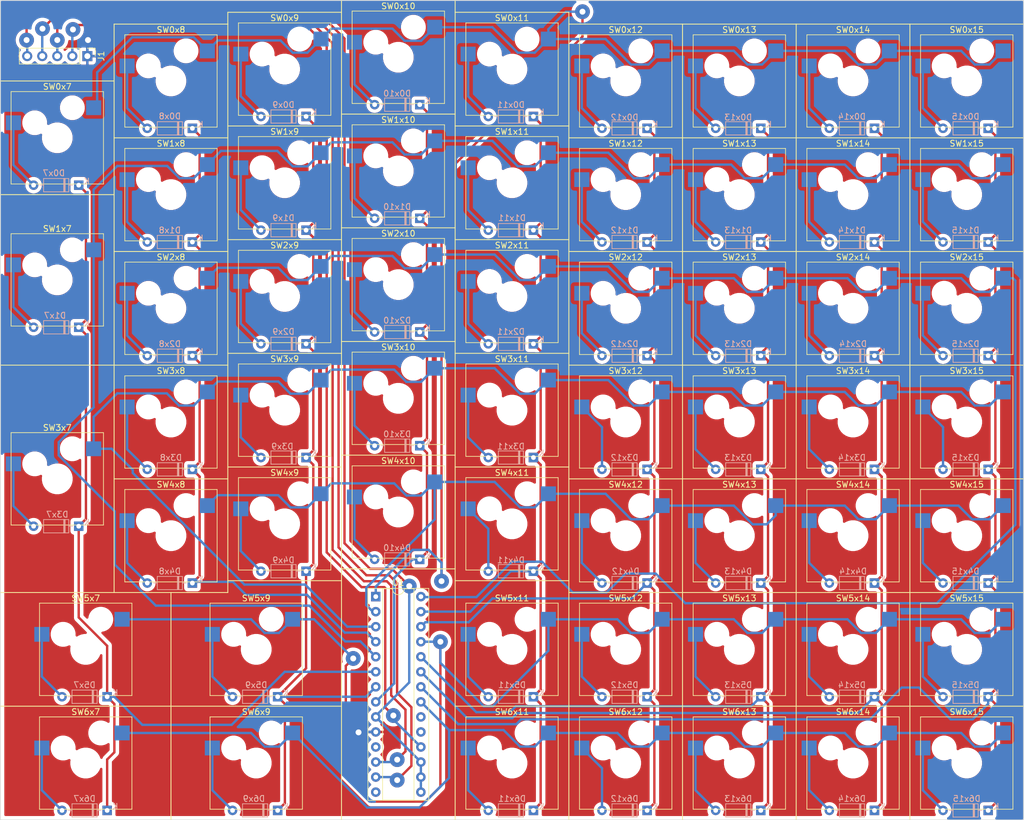
<source format=kicad_pcb>
(kicad_pcb (version 20171130) (host pcbnew 5.1.10-88a1d61d58~89~ubuntu20.04.1)
  (layers (0 F.Cu signal) (31 B.Cu signal) (34 B.Paste user) (35 F.Paste user) (36 B.SilkS user) (37 F.SilkS user) (38 B.Mask user) (39 F.Mask user) (44 Edge.Cuts user))
  (net 0 "")
  (net 1 "Net-(D0x7-Pad2)")
  (net 2 Column7)
  (net 3 Column8)
  (net 4 "Net-(D0x8-Pad2)")
  (net 5 Column9)
  (net 6 "Net-(D0x9-Pad2)")
  (net 7 Column10)
  (net 8 "Net-(D0x10-Pad2)")
  (net 9 "Net-(D0x11-Pad2)")
  (net 10 Column11)
  (net 11 "Net-(D0x12-Pad2)")
  (net 12 Column12)
  (net 13 "Net-(D0x13-Pad2)")
  (net 14 Column13)
  (net 15 "Net-(D0x14-Pad2)")
  (net 16 Column14)
  (net 17 "Net-(D0x15-Pad2)")
  (net 18 Column15)
  (net 19 "Net-(D1x7-Pad2)")
  (net 20 "Net-(D1x8-Pad2)")
  (net 21 "Net-(D1x9-Pad2)")
  (net 22 "Net-(D1x10-Pad2)")
  (net 23 "Net-(D1x11-Pad2)")
  (net 24 "Net-(D1x12-Pad2)")
  (net 25 "Net-(D1x13-Pad2)")
  (net 26 "Net-(D1x14-Pad2)")
  (net 27 "Net-(D1x15-Pad2)")
  (net 28 "Net-(D2x8-Pad2)")
  (net 29 "Net-(D2x9-Pad2)")
  (net 30 "Net-(D2x10-Pad2)")
  (net 31 "Net-(D2x11-Pad2)")
  (net 32 "Net-(D2x12-Pad2)")
  (net 33 "Net-(D2x13-Pad2)")
  (net 34 "Net-(D2x14-Pad2)")
  (net 35 "Net-(D2x15-Pad2)")
  (net 36 "Net-(D3x8-Pad2)")
  (net 37 "Net-(D3x9-Pad2)")
  (net 38 "Net-(D3x10-Pad2)")
  (net 39 "Net-(D3x11-Pad2)")
  (net 40 "Net-(D3x12-Pad2)")
  (net 41 "Net-(D3x13-Pad2)")
  (net 42 "Net-(D3x14-Pad2)")
  (net 43 "Net-(D3x15-Pad2)")
  (net 44 "Net-(D4x8-Pad2)")
  (net 45 "Net-(D4x9-Pad2)")
  (net 46 "Net-(D4x10-Pad2)")
  (net 47 "Net-(D4x11-Pad2)")
  (net 48 "Net-(D4x12-Pad2)")
  (net 49 "Net-(D4x13-Pad2)")
  (net 50 "Net-(D4x14-Pad2)")
  (net 51 "Net-(D4x15-Pad2)")
  (net 52 "Net-(D5x7-Pad2)")
  (net 53 "Net-(D5x9-Pad2)")
  (net 54 "Net-(D5x11-Pad2)")
  (net 55 "Net-(D5x12-Pad2)")
  (net 56 "Net-(D5x13-Pad2)")
  (net 57 "Net-(D5x14-Pad2)")
  (net 58 "Net-(D5x15-Pad2)")
  (net 59 "Net-(D6x7-Pad2)")
  (net 60 "Net-(D6x9-Pad2)")
  (net 61 "Net-(D6x11-Pad2)")
  (net 62 "Net-(D6x12-Pad2)")
  (net 63 "Net-(D6x13-Pad2)")
  (net 64 "Net-(D6x14-Pad2)")
  (net 65 "Net-(D6x15-Pad2)")
  (net 66 VCC)
  (net 67 SDA)
  (net 68 SCK)
  (net 69 GND)
  (net 70 Row0)
  (net 71 Row1)
  (net 72 Row2)
  (net 73 Row3)
  (net 74 Row4)
  (net 75 Row5)
  (net 76 Row6)
  (net 77 "Net-(D3x7-Pad2)")
  (net 78 RESET)
  (module Package_DIP:DIP-28_W7.62mm_Socket (layer F.Cu) (at 72.99 -28.11)
    (fp_text reference U1 (at 3.81 -2.33) (layer F.SilkS))
    (fp_text value MCP23017_SP)
    (pad 28 thru_hole oval (at 7.62 0) (size 1.6 1.6) (drill 0.8) (layers *.Cu *.Mask) (net 72 Row2))
    (pad 14 thru_hole oval (at 0 33.02) (size 1.6 1.6) (drill 0.8) (layers *.Cu *.Mask))
    (pad 27 thru_hole oval (at 7.62 2.54) (size 1.6 1.6) (drill 0.8) (layers *.Cu *.Mask) (net 10 Column11))
    (pad 13 thru_hole oval (at 0 30.48) (size 1.6 1.6) (drill 0.8) (layers *.Cu *.Mask) (net 67 SDA))
    (pad 26 thru_hole oval (at 7.62 5.08) (size 1.6 1.6) (drill 0.8) (layers *.Cu *.Mask) (net 12 Column12))
    (pad 12 thru_hole oval (at 0 27.94) (size 1.6 1.6) (drill 0.8) (layers *.Cu *.Mask) (net 68 SCK))
    (pad 25 thru_hole oval (at 7.62 7.62) (size 1.6 1.6) (drill 0.8) (layers *.Cu *.Mask) (net 75 Row5))
    (pad 11 thru_hole oval (at 0 25.4) (size 1.6 1.6) (drill 0.8) (layers *.Cu *.Mask))
    (pad 24 thru_hole oval (at 7.62 10.16) (size 1.6 1.6) (drill 0.8) (layers *.Cu *.Mask) (net 14 Column13))
    (pad 10 thru_hole oval (at 0 22.86) (size 1.6 1.6) (drill 0.8) (layers *.Cu *.Mask) (net 69 GND))
    (pad 23 thru_hole oval (at 7.62 12.7) (size 1.6 1.6) (drill 0.8) (layers *.Cu *.Mask) (net 16 Column14))
    (pad 9 thru_hole oval (at 0 20.32) (size 1.6 1.6) (drill 0.8) (layers *.Cu *.Mask) (net 66 VCC))
    (pad 22 thru_hole oval (at 7.62 15.24) (size 1.6 1.6) (drill 0.8) (layers *.Cu *.Mask) (net 18 Column15))
    (pad 8 thru_hole oval (at 0 17.78) (size 1.6 1.6) (drill 0.8) (layers *.Cu *.Mask) (net 7 Column10))
    (pad 21 thru_hole oval (at 7.62 17.78) (size 1.6 1.6) (drill 0.8) (layers *.Cu *.Mask) (net 76 Row6))
    (pad 7 thru_hole oval (at 0 15.24) (size 1.6 1.6) (drill 0.8) (layers *.Cu *.Mask) (net 5 Column9))
    (pad 20 thru_hole oval (at 7.62 20.32) (size 1.6 1.6) (drill 0.8) (layers *.Cu *.Mask))
    (pad 6 thru_hole oval (at 0 12.7) (size 1.6 1.6) (drill 0.8) (layers *.Cu *.Mask) (net 2 Column7))
    (pad 19 thru_hole oval (at 7.62 22.86) (size 1.6 1.6) (drill 0.8) (layers *.Cu *.Mask))
    (pad 5 thru_hole oval (at 0 10.16) (size 1.6 1.6) (drill 0.8) (layers *.Cu *.Mask) (net 71 Row1))
    (pad 18 thru_hole oval (at 7.62 25.4) (size 1.6 1.6) (drill 0.8) (layers *.Cu *.Mask) (net 78 RESET))
    (pad 4 thru_hole oval (at 0 7.62) (size 1.6 1.6) (drill 0.8) (layers *.Cu *.Mask) (net 3 Column8))
    (pad 17 thru_hole oval (at 7.62 27.94) (size 1.6 1.6) (drill 0.8) (layers *.Cu *.Mask) (net 66 VCC))
    (pad 3 thru_hole oval (at 0 5.08) (size 1.6 1.6) (drill 0.8) (layers *.Cu *.Mask) (net 73 Row3))
    (pad 16 thru_hole oval (at 7.62 30.48) (size 1.6 1.6) (drill 0.8) (layers *.Cu *.Mask) (net 66 VCC))
    (pad 2 thru_hole oval (at 0 2.54) (size 1.6 1.6) (drill 0.8) (layers *.Cu *.Mask) (net 74 Row4))
    (pad 15 thru_hole oval (at 7.62 33.02) (size 1.6 1.6) (drill 0.8) (layers *.Cu *.Mask) (net 66 VCC))
    (pad 1 thru_hole rect (at 0 0) (size 1.6 1.6) (drill 0.8) (layers *.Cu *.Mask) (net 70 Row0))
  )
  (module Button_Switch_Keyboard_fpo:SW_Cherry_MX_Plate_Kailh_PCB_Socket (layer F.Cu) (at 172.8 0)
    (fp_text reference SW6x15 (at 0 -8.64) (layer F.SilkS))
    (fp_text value SW_Push)
    (pad "" np_thru_hole circle (at 0 0) (size 4 4) (drill 4) (layers *.Cu *.Mask))
    (pad "" np_thru_hole circle (at 2.54 -5.08) (size 3 3) (drill 3) (layers *.Cu *.Mask))
    (pad "" np_thru_hole circle (at -3.81 -2.54) (size 3 3) (drill 3) (layers *.Cu *.Mask))
    (pad 2 smd rect (at 6.14 -5.08) (size 2.55 2.5) (layers B.Cu B.Paste B.Mask) (net 76 Row6))
    (pad 1 smd rect (at -7.41 -2.54) (size 2.55 2.5) (layers B.Cu B.Paste B.Mask) (net 65 "Net-(D6x15-Pad2)"))
  )
  (module Button_Switch_Keyboard_fpo:SW_Cherry_MX_Plate_Kailh_PCB_Socket (layer F.Cu) (at 153.6 0)
    (fp_text reference SW6x14 (at 0 -8.64) (layer F.SilkS))
    (fp_text value SW_Push)
    (pad "" np_thru_hole circle (at 0 0) (size 4 4) (drill 4) (layers *.Cu *.Mask))
    (pad "" np_thru_hole circle (at 2.54 -5.08) (size 3 3) (drill 3) (layers *.Cu *.Mask))
    (pad "" np_thru_hole circle (at -3.81 -2.54) (size 3 3) (drill 3) (layers *.Cu *.Mask))
    (pad 2 smd rect (at 6.14 -5.08) (size 2.55 2.5) (layers B.Cu B.Paste B.Mask) (net 76 Row6))
    (pad 1 smd rect (at -7.41 -2.54) (size 2.55 2.5) (layers B.Cu B.Paste B.Mask) (net 64 "Net-(D6x14-Pad2)"))
  )
  (module Button_Switch_Keyboard_fpo:SW_Cherry_MX_Plate_Kailh_PCB_Socket (layer F.Cu) (at 134.4 0)
    (fp_text reference SW6x13 (at 0 -8.64) (layer F.SilkS))
    (fp_text value SW_Push)
    (pad "" np_thru_hole circle (at 0 0) (size 4 4) (drill 4) (layers *.Cu *.Mask))
    (pad "" np_thru_hole circle (at 2.54 -5.08) (size 3 3) (drill 3) (layers *.Cu *.Mask))
    (pad "" np_thru_hole circle (at -3.81 -2.54) (size 3 3) (drill 3) (layers *.Cu *.Mask))
    (pad 2 smd rect (at 6.14 -5.08) (size 2.55 2.5) (layers B.Cu B.Paste B.Mask) (net 76 Row6))
    (pad 1 smd rect (at -7.41 -2.54) (size 2.55 2.5) (layers B.Cu B.Paste B.Mask) (net 63 "Net-(D6x13-Pad2)"))
  )
  (module Button_Switch_Keyboard_fpo:SW_Cherry_MX_Plate_Kailh_PCB_Socket (layer F.Cu) (at 96 0)
    (fp_text reference SW6x11 (at 0 -8.64) (layer F.SilkS))
    (fp_text value SW_Push)
    (pad "" np_thru_hole circle (at 0 0) (size 4 4) (drill 4) (layers *.Cu *.Mask))
    (pad "" np_thru_hole circle (at 2.54 -5.08) (size 3 3) (drill 3) (layers *.Cu *.Mask))
    (pad "" np_thru_hole circle (at -3.81 -2.54) (size 3 3) (drill 3) (layers *.Cu *.Mask))
    (pad 2 smd rect (at 6.14 -5.08) (size 2.55 2.5) (layers B.Cu B.Paste B.Mask) (net 76 Row6))
    (pad 1 smd rect (at -7.41 -2.54) (size 2.55 2.5) (layers B.Cu B.Paste B.Mask) (net 61 "Net-(D6x11-Pad2)"))
  )
  (module Button_Switch_Keyboard_fpo:SW_Cherry_MX_Plate_Kailh_PCB_Socket (layer F.Cu) (at 52.8 0)
    (fp_text reference SW6x9 (at 0 -8.64) (layer F.SilkS))
    (fp_text value SW_Push)
    (pad "" np_thru_hole circle (at 0 0) (size 4 4) (drill 4) (layers *.Cu *.Mask))
    (pad "" np_thru_hole circle (at 2.54 -5.08) (size 3 3) (drill 3) (layers *.Cu *.Mask))
    (pad "" np_thru_hole circle (at -3.81 -2.54) (size 3 3) (drill 3) (layers *.Cu *.Mask))
    (pad 2 smd rect (at 6.14 -5.08) (size 2.55 2.5) (layers B.Cu B.Paste B.Mask) (net 76 Row6))
    (pad 1 smd rect (at -7.41 -2.54) (size 2.55 2.5) (layers B.Cu B.Paste B.Mask) (net 60 "Net-(D6x9-Pad2)"))
  )
  (module Button_Switch_Keyboard_fpo:SW_Cherry_MX_Plate_Kailh_PCB_Socket (layer F.Cu) (at 24 0)
    (fp_text reference SW6x7 (at 0 -8.64) (layer F.SilkS))
    (fp_text value SW_Push)
    (pad "" np_thru_hole circle (at 0 0) (size 4 4) (drill 4) (layers *.Cu *.Mask))
    (pad "" np_thru_hole circle (at 2.54 -5.08) (size 3 3) (drill 3) (layers *.Cu *.Mask))
    (pad "" np_thru_hole circle (at -3.81 -2.54) (size 3 3) (drill 3) (layers *.Cu *.Mask))
    (pad 2 smd rect (at 6.14 -5.08) (size 2.55 2.5) (layers B.Cu B.Paste B.Mask) (net 76 Row6))
    (pad 1 smd rect (at -7.41 -2.54) (size 2.55 2.5) (layers B.Cu B.Paste B.Mask) (net 59 "Net-(D6x7-Pad2)"))
  )
  (module Button_Switch_Keyboard_fpo:SW_Cherry_MX_Plate_Kailh_PCB_Socket (layer F.Cu) (at 172.8 -19.2)
    (fp_text reference SW5x15 (at 0 -8.64) (layer F.SilkS))
    (fp_text value SW_Push)
    (pad "" np_thru_hole circle (at 0 0) (size 4 4) (drill 4) (layers *.Cu *.Mask))
    (pad "" np_thru_hole circle (at 2.54 -5.08) (size 3 3) (drill 3) (layers *.Cu *.Mask))
    (pad "" np_thru_hole circle (at -3.81 -2.54) (size 3 3) (drill 3) (layers *.Cu *.Mask))
    (pad 2 smd rect (at 6.14 -5.08) (size 2.55 2.5) (layers B.Cu B.Paste B.Mask) (net 75 Row5))
    (pad 1 smd rect (at -7.41 -2.54) (size 2.55 2.5) (layers B.Cu B.Paste B.Mask) (net 58 "Net-(D5x15-Pad2)"))
  )
  (module Button_Switch_Keyboard_fpo:SW_Cherry_MX_Plate_Kailh_PCB_Socket (layer F.Cu) (at 153.6 -19.2)
    (fp_text reference SW5x14 (at 0 -8.64) (layer F.SilkS))
    (fp_text value SW_Push)
    (pad "" np_thru_hole circle (at 0 0) (size 4 4) (drill 4) (layers *.Cu *.Mask))
    (pad "" np_thru_hole circle (at 2.54 -5.08) (size 3 3) (drill 3) (layers *.Cu *.Mask))
    (pad "" np_thru_hole circle (at -3.81 -2.54) (size 3 3) (drill 3) (layers *.Cu *.Mask))
    (pad 2 smd rect (at 6.14 -5.08) (size 2.55 2.5) (layers B.Cu B.Paste B.Mask) (net 75 Row5))
    (pad 1 smd rect (at -7.41 -2.54) (size 2.55 2.5) (layers B.Cu B.Paste B.Mask) (net 57 "Net-(D5x14-Pad2)"))
  )
  (module Button_Switch_Keyboard_fpo:SW_Cherry_MX_Plate_Kailh_PCB_Socket (layer F.Cu) (at 134.4 -19.2)
    (fp_text reference SW5x13 (at 0 -8.64) (layer F.SilkS))
    (fp_text value SW_Push)
    (pad "" np_thru_hole circle (at 0 0) (size 4 4) (drill 4) (layers *.Cu *.Mask))
    (pad "" np_thru_hole circle (at 2.54 -5.08) (size 3 3) (drill 3) (layers *.Cu *.Mask))
    (pad "" np_thru_hole circle (at -3.81 -2.54) (size 3 3) (drill 3) (layers *.Cu *.Mask))
    (pad 2 smd rect (at 6.14 -5.08) (size 2.55 2.5) (layers B.Cu B.Paste B.Mask) (net 75 Row5))
    (pad 1 smd rect (at -7.41 -2.54) (size 2.55 2.5) (layers B.Cu B.Paste B.Mask) (net 56 "Net-(D5x13-Pad2)"))
  )
  (module Button_Switch_Keyboard_fpo:SW_Cherry_MX_Plate_Kailh_PCB_Socket (layer F.Cu) (at 115.2 -19.2)
    (fp_text reference SW5x12 (at 0 -8.64) (layer F.SilkS))
    (fp_text value SW_Push)
    (pad "" np_thru_hole circle (at 0 0) (size 4 4) (drill 4) (layers *.Cu *.Mask))
    (pad "" np_thru_hole circle (at 2.54 -5.08) (size 3 3) (drill 3) (layers *.Cu *.Mask))
    (pad "" np_thru_hole circle (at -3.81 -2.54) (size 3 3) (drill 3) (layers *.Cu *.Mask))
    (pad 2 smd rect (at 6.14 -5.08) (size 2.55 2.5) (layers B.Cu B.Paste B.Mask) (net 75 Row5))
    (pad 1 smd rect (at -7.41 -2.54) (size 2.55 2.5) (layers B.Cu B.Paste B.Mask) (net 55 "Net-(D5x12-Pad2)"))
  )
  (module Button_Switch_Keyboard_fpo:SW_Cherry_MX_Plate_Kailh_PCB_Socket (layer F.Cu) (at 96 -19.2)
    (fp_text reference SW5x11 (at 0 -8.64) (layer F.SilkS))
    (fp_text value SW_Push)
    (pad "" np_thru_hole circle (at 0 0) (size 4 4) (drill 4) (layers *.Cu *.Mask))
    (pad "" np_thru_hole circle (at 2.54 -5.08) (size 3 3) (drill 3) (layers *.Cu *.Mask))
    (pad "" np_thru_hole circle (at -3.81 -2.54) (size 3 3) (drill 3) (layers *.Cu *.Mask))
    (pad 2 smd rect (at 6.14 -5.08) (size 2.55 2.5) (layers B.Cu B.Paste B.Mask) (net 75 Row5))
    (pad 1 smd rect (at -7.41 -2.54) (size 2.55 2.5) (layers B.Cu B.Paste B.Mask) (net 54 "Net-(D5x11-Pad2)"))
  )
  (module Button_Switch_Keyboard_fpo:SW_Cherry_MX_Plate_Kailh_PCB_Socket (layer F.Cu) (at 52.8 -19.2)
    (fp_text reference SW5x9 (at 0 -8.64) (layer F.SilkS))
    (fp_text value SW_Push)
    (pad "" np_thru_hole circle (at 0 0) (size 4 4) (drill 4) (layers *.Cu *.Mask))
    (pad "" np_thru_hole circle (at 2.54 -5.08) (size 3 3) (drill 3) (layers *.Cu *.Mask))
    (pad "" np_thru_hole circle (at -3.81 -2.54) (size 3 3) (drill 3) (layers *.Cu *.Mask))
    (pad 2 smd rect (at 6.14 -5.08) (size 2.55 2.5) (layers B.Cu B.Paste B.Mask) (net 75 Row5))
    (pad 1 smd rect (at -7.41 -2.54) (size 2.55 2.5) (layers B.Cu B.Paste B.Mask) (net 53 "Net-(D5x9-Pad2)"))
  )
  (module Button_Switch_Keyboard_fpo:SW_Cherry_MX_Plate_Kailh_PCB_Socket (layer F.Cu) (at 24 -19.2)
    (fp_text reference SW5x7 (at 0 -8.64) (layer F.SilkS))
    (fp_text value SW_Push)
    (pad "" np_thru_hole circle (at 0 0) (size 4 4) (drill 4) (layers *.Cu *.Mask))
    (pad "" np_thru_hole circle (at 2.54 -5.08) (size 3 3) (drill 3) (layers *.Cu *.Mask))
    (pad "" np_thru_hole circle (at -3.81 -2.54) (size 3 3) (drill 3) (layers *.Cu *.Mask))
    (pad 2 smd rect (at 6.14 -5.08) (size 2.55 2.5) (layers B.Cu B.Paste B.Mask) (net 75 Row5))
    (pad 1 smd rect (at -7.41 -2.54) (size 2.55 2.5) (layers B.Cu B.Paste B.Mask) (net 52 "Net-(D5x7-Pad2)"))
  )
  (module Button_Switch_Keyboard_fpo:SW_Cherry_MX_Plate_Kailh_PCB_Socket (layer F.Cu) (at 172.8 -38.4)
    (fp_text reference SW4x15 (at 0 -8.64) (layer F.SilkS))
    (fp_text value SW_Push)
    (pad "" np_thru_hole circle (at 0 0) (size 4 4) (drill 4) (layers *.Cu *.Mask))
    (pad "" np_thru_hole circle (at 2.54 -5.08) (size 3 3) (drill 3) (layers *.Cu *.Mask))
    (pad "" np_thru_hole circle (at -3.81 -2.54) (size 3 3) (drill 3) (layers *.Cu *.Mask))
    (pad 2 smd rect (at 6.14 -5.08) (size 2.55 2.5) (layers B.Cu B.Paste B.Mask) (net 74 Row4))
    (pad 1 smd rect (at -7.41 -2.54) (size 2.55 2.5) (layers B.Cu B.Paste B.Mask) (net 51 "Net-(D4x15-Pad2)"))
  )
  (module Button_Switch_Keyboard_fpo:SW_Cherry_MX_Plate_Kailh_PCB_Socket (layer F.Cu) (at 153.6 -38.4)
    (fp_text reference SW4x14 (at 0 -8.64) (layer F.SilkS))
    (fp_text value SW_Push)
    (pad "" np_thru_hole circle (at 0 0) (size 4 4) (drill 4) (layers *.Cu *.Mask))
    (pad "" np_thru_hole circle (at 2.54 -5.08) (size 3 3) (drill 3) (layers *.Cu *.Mask))
    (pad "" np_thru_hole circle (at -3.81 -2.54) (size 3 3) (drill 3) (layers *.Cu *.Mask))
    (pad 2 smd rect (at 6.14 -5.08) (size 2.55 2.5) (layers B.Cu B.Paste B.Mask) (net 74 Row4))
    (pad 1 smd rect (at -7.41 -2.54) (size 2.55 2.5) (layers B.Cu B.Paste B.Mask) (net 50 "Net-(D4x14-Pad2)"))
  )
  (module Button_Switch_Keyboard_fpo:SW_Cherry_MX_Plate_Kailh_PCB_Socket (layer F.Cu) (at 134.4 -38.4)
    (fp_text reference SW4x13 (at 0 -8.64) (layer F.SilkS))
    (fp_text value SW_Push)
    (pad "" np_thru_hole circle (at 0 0) (size 4 4) (drill 4) (layers *.Cu *.Mask))
    (pad "" np_thru_hole circle (at 2.54 -5.08) (size 3 3) (drill 3) (layers *.Cu *.Mask))
    (pad "" np_thru_hole circle (at -3.81 -2.54) (size 3 3) (drill 3) (layers *.Cu *.Mask))
    (pad 2 smd rect (at 6.14 -5.08) (size 2.55 2.5) (layers B.Cu B.Paste B.Mask) (net 74 Row4))
    (pad 1 smd rect (at -7.41 -2.54) (size 2.55 2.5) (layers B.Cu B.Paste B.Mask) (net 49 "Net-(D4x13-Pad2)"))
  )
  (module Button_Switch_Keyboard_fpo:SW_Cherry_MX_Plate_Kailh_PCB_Socket (layer F.Cu) (at 115.2 -38.4)
    (fp_text reference SW4x12 (at 0 -8.64) (layer F.SilkS))
    (fp_text value SW_Push)
    (pad "" np_thru_hole circle (at 0 0) (size 4 4) (drill 4) (layers *.Cu *.Mask))
    (pad "" np_thru_hole circle (at 2.54 -5.08) (size 3 3) (drill 3) (layers *.Cu *.Mask))
    (pad "" np_thru_hole circle (at -3.81 -2.54) (size 3 3) (drill 3) (layers *.Cu *.Mask))
    (pad 2 smd rect (at 6.14 -5.08) (size 2.55 2.5) (layers B.Cu B.Paste B.Mask) (net 74 Row4))
    (pad 1 smd rect (at -7.41 -2.54) (size 2.55 2.5) (layers B.Cu B.Paste B.Mask) (net 48 "Net-(D4x12-Pad2)"))
  )
  (module Button_Switch_Keyboard_fpo:SW_Cherry_MX_Plate_Kailh_PCB_Socket (layer F.Cu) (at 96 -40.4)
    (fp_text reference SW4x11 (at 0 -8.64) (layer F.SilkS))
    (fp_text value SW_Push)
    (pad "" np_thru_hole circle (at 0 0) (size 4 4) (drill 4) (layers *.Cu *.Mask))
    (pad "" np_thru_hole circle (at 2.54 -5.08) (size 3 3) (drill 3) (layers *.Cu *.Mask))
    (pad "" np_thru_hole circle (at -3.81 -2.54) (size 3 3) (drill 3) (layers *.Cu *.Mask))
    (pad 2 smd rect (at 6.14 -5.08) (size 2.55 2.5) (layers B.Cu B.Paste B.Mask) (net 74 Row4))
    (pad 1 smd rect (at -7.41 -2.54) (size 2.55 2.5) (layers B.Cu B.Paste B.Mask) (net 47 "Net-(D4x11-Pad2)"))
  )
  (module Button_Switch_Keyboard_fpo:SW_Cherry_MX_Plate_Kailh_PCB_Socket (layer F.Cu) (at 76.8 -42.4)
    (fp_text reference SW4x10 (at 0 -8.64) (layer F.SilkS))
    (fp_text value SW_Push)
    (pad "" np_thru_hole circle (at 0 0) (size 4 4) (drill 4) (layers *.Cu *.Mask))
    (pad "" np_thru_hole circle (at 2.54 -5.08) (size 3 3) (drill 3) (layers *.Cu *.Mask))
    (pad "" np_thru_hole circle (at -3.81 -2.54) (size 3 3) (drill 3) (layers *.Cu *.Mask))
    (pad 2 smd rect (at 6.14 -5.08) (size 2.55 2.5) (layers B.Cu B.Paste B.Mask) (net 74 Row4))
    (pad 1 smd rect (at -7.41 -2.54) (size 2.55 2.5) (layers B.Cu B.Paste B.Mask) (net 46 "Net-(D4x10-Pad2)"))
  )
  (module Button_Switch_Keyboard_fpo:SW_Cherry_MX_Plate_Kailh_PCB_Socket (layer F.Cu) (at 57.6 -40.4)
    (fp_text reference SW4x9 (at 0 -8.64) (layer F.SilkS))
    (fp_text value SW_Push)
    (pad "" np_thru_hole circle (at 0 0) (size 4 4) (drill 4) (layers *.Cu *.Mask))
    (pad "" np_thru_hole circle (at 2.54 -5.08) (size 3 3) (drill 3) (layers *.Cu *.Mask))
    (pad "" np_thru_hole circle (at -3.81 -2.54) (size 3 3) (drill 3) (layers *.Cu *.Mask))
    (pad 2 smd rect (at 6.14 -5.08) (size 2.55 2.5) (layers B.Cu B.Paste B.Mask) (net 74 Row4))
    (pad 1 smd rect (at -7.41 -2.54) (size 2.55 2.5) (layers B.Cu B.Paste B.Mask) (net 45 "Net-(D4x9-Pad2)"))
  )
  (module Button_Switch_Keyboard_fpo:SW_Cherry_MX_Plate_Kailh_PCB_Socket (layer F.Cu) (at 38.4 -38.4)
    (fp_text reference SW4x8 (at 0 -8.64) (layer F.SilkS))
    (fp_text value SW_Push)
    (pad "" np_thru_hole circle (at 0 0) (size 4 4) (drill 4) (layers *.Cu *.Mask))
    (pad "" np_thru_hole circle (at 2.54 -5.08) (size 3 3) (drill 3) (layers *.Cu *.Mask))
    (pad "" np_thru_hole circle (at -3.81 -2.54) (size 3 3) (drill 3) (layers *.Cu *.Mask))
    (pad 2 smd rect (at 6.14 -5.08) (size 2.55 2.5) (layers B.Cu B.Paste B.Mask) (net 74 Row4))
    (pad 1 smd rect (at -7.41 -2.54) (size 2.55 2.5) (layers B.Cu B.Paste B.Mask) (net 44 "Net-(D4x8-Pad2)"))
  )
  (module Button_Switch_Keyboard_fpo:SW_Cherry_MX_Plate_Kailh_PCB_Socket (layer F.Cu) (at 172.8 -57.6)
    (fp_text reference SW3x15 (at 0 -8.64) (layer F.SilkS))
    (fp_text value SW_Push)
    (pad "" np_thru_hole circle (at 0 0) (size 4 4) (drill 4) (layers *.Cu *.Mask))
    (pad "" np_thru_hole circle (at 2.54 -5.08) (size 3 3) (drill 3) (layers *.Cu *.Mask))
    (pad "" np_thru_hole circle (at -3.81 -2.54) (size 3 3) (drill 3) (layers *.Cu *.Mask))
    (pad 2 smd rect (at 6.14 -5.08) (size 2.55 2.5) (layers B.Cu B.Paste B.Mask) (net 73 Row3))
    (pad 1 smd rect (at -7.41 -2.54) (size 2.55 2.5) (layers B.Cu B.Paste B.Mask) (net 43 "Net-(D3x15-Pad2)"))
  )
  (module Button_Switch_Keyboard_fpo:SW_Cherry_MX_Plate_Kailh_PCB_Socket (layer F.Cu) (at 134.4 -57.6)
    (fp_text reference SW3x13 (at 0 -8.64) (layer F.SilkS))
    (fp_text value SW_Push)
    (pad "" np_thru_hole circle (at 0 0) (size 4 4) (drill 4) (layers *.Cu *.Mask))
    (pad "" np_thru_hole circle (at 2.54 -5.08) (size 3 3) (drill 3) (layers *.Cu *.Mask))
    (pad "" np_thru_hole circle (at -3.81 -2.54) (size 3 3) (drill 3) (layers *.Cu *.Mask))
    (pad 2 smd rect (at 6.14 -5.08) (size 2.55 2.5) (layers B.Cu B.Paste B.Mask) (net 73 Row3))
    (pad 1 smd rect (at -7.41 -2.54) (size 2.55 2.5) (layers B.Cu B.Paste B.Mask) (net 41 "Net-(D3x13-Pad2)"))
  )
  (module Button_Switch_Keyboard_fpo:SW_Cherry_MX_Plate_Kailh_PCB_Socket (layer F.Cu) (at 115.2 -57.6)
    (fp_text reference SW3x12 (at 0 -8.64) (layer F.SilkS))
    (fp_text value SW_Push)
    (pad "" np_thru_hole circle (at 0 0) (size 4 4) (drill 4) (layers *.Cu *.Mask))
    (pad "" np_thru_hole circle (at 2.54 -5.08) (size 3 3) (drill 3) (layers *.Cu *.Mask))
    (pad "" np_thru_hole circle (at -3.81 -2.54) (size 3 3) (drill 3) (layers *.Cu *.Mask))
    (pad 2 smd rect (at 6.14 -5.08) (size 2.55 2.5) (layers B.Cu B.Paste B.Mask) (net 73 Row3))
    (pad 1 smd rect (at -7.41 -2.54) (size 2.55 2.5) (layers B.Cu B.Paste B.Mask) (net 40 "Net-(D3x12-Pad2)"))
  )
  (module Button_Switch_Keyboard_fpo:SW_Cherry_MX_Plate_Kailh_PCB_Socket (layer F.Cu) (at 96 -59.6)
    (fp_text reference SW3x11 (at 0 -8.64) (layer F.SilkS))
    (fp_text value SW_Push)
    (pad "" np_thru_hole circle (at 0 0) (size 4 4) (drill 4) (layers *.Cu *.Mask))
    (pad "" np_thru_hole circle (at 2.54 -5.08) (size 3 3) (drill 3) (layers *.Cu *.Mask))
    (pad "" np_thru_hole circle (at -3.81 -2.54) (size 3 3) (drill 3) (layers *.Cu *.Mask))
    (pad 2 smd rect (at 6.14 -5.08) (size 2.55 2.5) (layers B.Cu B.Paste B.Mask) (net 73 Row3))
    (pad 1 smd rect (at -7.41 -2.54) (size 2.55 2.5) (layers B.Cu B.Paste B.Mask) (net 39 "Net-(D3x11-Pad2)"))
  )
  (module Button_Switch_Keyboard_fpo:SW_Cherry_MX_Plate_Kailh_PCB_Socket (layer F.Cu) (at 76.8 -61.6)
    (fp_text reference SW3x10 (at 0 -8.64) (layer F.SilkS))
    (fp_text value SW_Push)
    (pad "" np_thru_hole circle (at 0 0) (size 4 4) (drill 4) (layers *.Cu *.Mask))
    (pad "" np_thru_hole circle (at 2.54 -5.08) (size 3 3) (drill 3) (layers *.Cu *.Mask))
    (pad "" np_thru_hole circle (at -3.81 -2.54) (size 3 3) (drill 3) (layers *.Cu *.Mask))
    (pad 2 smd rect (at 6.14 -5.08) (size 2.55 2.5) (layers B.Cu B.Paste B.Mask) (net 73 Row3))
    (pad 1 smd rect (at -7.41 -2.54) (size 2.55 2.5) (layers B.Cu B.Paste B.Mask) (net 38 "Net-(D3x10-Pad2)"))
  )
  (module Button_Switch_Keyboard_fpo:SW_Cherry_MX_Plate_Kailh_PCB_Socket (layer F.Cu) (at 57.6 -59.6)
    (fp_text reference SW3x9 (at 0 -8.64) (layer F.SilkS))
    (fp_text value SW_Push)
    (pad "" np_thru_hole circle (at 0 0) (size 4 4) (drill 4) (layers *.Cu *.Mask))
    (pad "" np_thru_hole circle (at 2.54 -5.08) (size 3 3) (drill 3) (layers *.Cu *.Mask))
    (pad "" np_thru_hole circle (at -3.81 -2.54) (size 3 3) (drill 3) (layers *.Cu *.Mask))
    (pad 2 smd rect (at 6.14 -5.08) (size 2.55 2.5) (layers B.Cu B.Paste B.Mask) (net 73 Row3))
    (pad 1 smd rect (at -7.41 -2.54) (size 2.55 2.5) (layers B.Cu B.Paste B.Mask) (net 37 "Net-(D3x9-Pad2)"))
  )
  (module Button_Switch_Keyboard_fpo:SW_Cherry_MX_Plate_Kailh_PCB_Socket (layer F.Cu) (at 38.4 -57.6)
    (fp_text reference SW3x8 (at 0 -8.64) (layer F.SilkS))
    (fp_text value SW_Push)
    (pad "" np_thru_hole circle (at 0 0) (size 4 4) (drill 4) (layers *.Cu *.Mask))
    (pad "" np_thru_hole circle (at 2.54 -5.08) (size 3 3) (drill 3) (layers *.Cu *.Mask))
    (pad "" np_thru_hole circle (at -3.81 -2.54) (size 3 3) (drill 3) (layers *.Cu *.Mask))
    (pad 2 smd rect (at 6.14 -5.08) (size 2.55 2.5) (layers B.Cu B.Paste B.Mask) (net 73 Row3))
    (pad 1 smd rect (at -7.41 -2.54) (size 2.55 2.5) (layers B.Cu B.Paste B.Mask) (net 36 "Net-(D3x8-Pad2)"))
  )
  (module Button_Switch_Keyboard_fpo:SW_Cherry_MX_Plate_Kailh_PCB_Socket (layer F.Cu) (at 172.8 -76.8)
    (fp_text reference SW2x15 (at 0 -8.64) (layer F.SilkS))
    (fp_text value SW_Push)
    (pad "" np_thru_hole circle (at 0 0) (size 4 4) (drill 4) (layers *.Cu *.Mask))
    (pad "" np_thru_hole circle (at 2.54 -5.08) (size 3 3) (drill 3) (layers *.Cu *.Mask))
    (pad "" np_thru_hole circle (at -3.81 -2.54) (size 3 3) (drill 3) (layers *.Cu *.Mask))
    (pad 2 smd rect (at 6.14 -5.08) (size 2.55 2.5) (layers B.Cu B.Paste B.Mask) (net 72 Row2))
    (pad 1 smd rect (at -7.41 -2.54) (size 2.55 2.5) (layers B.Cu B.Paste B.Mask) (net 35 "Net-(D2x15-Pad2)"))
  )
  (module Button_Switch_Keyboard_fpo:SW_Cherry_MX_Plate_Kailh_PCB_Socket (layer F.Cu) (at 153.6 -76.8)
    (fp_text reference SW2x14 (at 0 -8.64) (layer F.SilkS))
    (fp_text value SW_Push)
    (pad "" np_thru_hole circle (at 0 0) (size 4 4) (drill 4) (layers *.Cu *.Mask))
    (pad "" np_thru_hole circle (at 2.54 -5.08) (size 3 3) (drill 3) (layers *.Cu *.Mask))
    (pad "" np_thru_hole circle (at -3.81 -2.54) (size 3 3) (drill 3) (layers *.Cu *.Mask))
    (pad 2 smd rect (at 6.14 -5.08) (size 2.55 2.5) (layers B.Cu B.Paste B.Mask) (net 72 Row2))
    (pad 1 smd rect (at -7.41 -2.54) (size 2.55 2.5) (layers B.Cu B.Paste B.Mask) (net 34 "Net-(D2x14-Pad2)"))
  )
  (module Button_Switch_Keyboard_fpo:SW_Cherry_MX_Plate_Kailh_PCB_Socket (layer F.Cu) (at 134.4 -76.8)
    (fp_text reference SW2x13 (at 0 -8.64) (layer F.SilkS))
    (fp_text value SW_Push)
    (pad "" np_thru_hole circle (at 0 0) (size 4 4) (drill 4) (layers *.Cu *.Mask))
    (pad "" np_thru_hole circle (at 2.54 -5.08) (size 3 3) (drill 3) (layers *.Cu *.Mask))
    (pad "" np_thru_hole circle (at -3.81 -2.54) (size 3 3) (drill 3) (layers *.Cu *.Mask))
    (pad 2 smd rect (at 6.14 -5.08) (size 2.55 2.5) (layers B.Cu B.Paste B.Mask) (net 72 Row2))
    (pad 1 smd rect (at -7.41 -2.54) (size 2.55 2.5) (layers B.Cu B.Paste B.Mask) (net 33 "Net-(D2x13-Pad2)"))
  )
  (module Button_Switch_Keyboard_fpo:SW_Cherry_MX_Plate_Kailh_PCB_Socket (layer F.Cu) (at 115.2 -76.8)
    (fp_text reference SW2x12 (at 0 -8.64) (layer F.SilkS))
    (fp_text value SW_Push)
    (pad "" np_thru_hole circle (at 0 0) (size 4 4) (drill 4) (layers *.Cu *.Mask))
    (pad "" np_thru_hole circle (at 2.54 -5.08) (size 3 3) (drill 3) (layers *.Cu *.Mask))
    (pad "" np_thru_hole circle (at -3.81 -2.54) (size 3 3) (drill 3) (layers *.Cu *.Mask))
    (pad 2 smd rect (at 6.14 -5.08) (size 2.55 2.5) (layers B.Cu B.Paste B.Mask) (net 72 Row2))
    (pad 1 smd rect (at -7.41 -2.54) (size 2.55 2.5) (layers B.Cu B.Paste B.Mask) (net 32 "Net-(D2x12-Pad2)"))
  )
  (module Button_Switch_Keyboard_fpo:SW_Cherry_MX_Plate_Kailh_PCB_Socket (layer F.Cu) (at 96 -78.8)
    (fp_text reference SW2x11 (at 0 -8.64) (layer F.SilkS))
    (fp_text value SW_Push)
    (pad "" np_thru_hole circle (at 0 0) (size 4 4) (drill 4) (layers *.Cu *.Mask))
    (pad "" np_thru_hole circle (at 2.54 -5.08) (size 3 3) (drill 3) (layers *.Cu *.Mask))
    (pad "" np_thru_hole circle (at -3.81 -2.54) (size 3 3) (drill 3) (layers *.Cu *.Mask))
    (pad 2 smd rect (at 6.14 -5.08) (size 2.55 2.5) (layers B.Cu B.Paste B.Mask) (net 72 Row2))
    (pad 1 smd rect (at -7.41 -2.54) (size 2.55 2.5) (layers B.Cu B.Paste B.Mask) (net 31 "Net-(D2x11-Pad2)"))
  )
  (module Button_Switch_Keyboard_fpo:SW_Cherry_MX_Plate_Kailh_PCB_Socket (layer F.Cu) (at 76.8 -80.8)
    (fp_text reference SW2x10 (at 0 -8.64) (layer F.SilkS))
    (fp_text value SW_Push)
    (pad "" np_thru_hole circle (at 0 0) (size 4 4) (drill 4) (layers *.Cu *.Mask))
    (pad "" np_thru_hole circle (at 2.54 -5.08) (size 3 3) (drill 3) (layers *.Cu *.Mask))
    (pad "" np_thru_hole circle (at -3.81 -2.54) (size 3 3) (drill 3) (layers *.Cu *.Mask))
    (pad 2 smd rect (at 6.14 -5.08) (size 2.55 2.5) (layers B.Cu B.Paste B.Mask) (net 72 Row2))
    (pad 1 smd rect (at -7.41 -2.54) (size 2.55 2.5) (layers B.Cu B.Paste B.Mask) (net 30 "Net-(D2x10-Pad2)"))
  )
  (module Button_Switch_Keyboard_fpo:SW_Cherry_MX_Plate_Kailh_PCB_Socket (layer F.Cu) (at 57.6 -78.8)
    (fp_text reference SW2x9 (at 0 -8.64) (layer F.SilkS))
    (fp_text value SW_Push)
    (pad "" np_thru_hole circle (at 0 0) (size 4 4) (drill 4) (layers *.Cu *.Mask))
    (pad "" np_thru_hole circle (at 2.54 -5.08) (size 3 3) (drill 3) (layers *.Cu *.Mask))
    (pad "" np_thru_hole circle (at -3.81 -2.54) (size 3 3) (drill 3) (layers *.Cu *.Mask))
    (pad 2 smd rect (at 6.14 -5.08) (size 2.55 2.5) (layers B.Cu B.Paste B.Mask) (net 72 Row2))
    (pad 1 smd rect (at -7.41 -2.54) (size 2.55 2.5) (layers B.Cu B.Paste B.Mask) (net 29 "Net-(D2x9-Pad2)"))
  )
  (module Button_Switch_Keyboard_fpo:SW_Cherry_MX_Plate_Kailh_PCB_Socket (layer F.Cu) (at 38.4 -76.8)
    (fp_text reference SW2x8 (at 0 -8.64) (layer F.SilkS))
    (fp_text value SW_Push)
    (pad "" np_thru_hole circle (at 0 0) (size 4 4) (drill 4) (layers *.Cu *.Mask))
    (pad "" np_thru_hole circle (at 2.54 -5.08) (size 3 3) (drill 3) (layers *.Cu *.Mask))
    (pad "" np_thru_hole circle (at -3.81 -2.54) (size 3 3) (drill 3) (layers *.Cu *.Mask))
    (pad 2 smd rect (at 6.14 -5.08) (size 2.55 2.5) (layers B.Cu B.Paste B.Mask) (net 72 Row2))
    (pad 1 smd rect (at -7.41 -2.54) (size 2.55 2.5) (layers B.Cu B.Paste B.Mask) (net 28 "Net-(D2x8-Pad2)"))
  )
  (module Button_Switch_Keyboard_fpo:SW_Cherry_MX_Plate_Kailh_PCB_Socket (layer F.Cu) (at 19.2 -48)
    (fp_text reference SW3x7 (at 0 -8.64) (layer F.SilkS))
    (fp_text value SW_Push)
    (pad "" np_thru_hole circle (at 0 0) (size 4 4) (drill 4) (layers *.Cu *.Mask))
    (pad "" np_thru_hole circle (at 2.54 -5.08) (size 3 3) (drill 3) (layers *.Cu *.Mask))
    (pad "" np_thru_hole circle (at -3.81 -2.54) (size 3 3) (drill 3) (layers *.Cu *.Mask))
    (pad 2 smd rect (at 6.14 -5.08) (size 2.55 2.5) (layers B.Cu B.Paste B.Mask) (net 73 Row3))
    (pad 1 smd rect (at -7.41 -2.54) (size 2.55 2.5) (layers B.Cu B.Paste B.Mask) (net 77 "Net-(D3x7-Pad2)"))
  )
  (module Button_Switch_Keyboard_fpo:SW_Cherry_MX_Plate_Kailh_PCB_Socket (layer F.Cu) (at 172.8 -96)
    (fp_text reference SW1x15 (at 0 -8.64) (layer F.SilkS))
    (fp_text value SW_Push)
    (pad "" np_thru_hole circle (at 0 0) (size 4 4) (drill 4) (layers *.Cu *.Mask))
    (pad "" np_thru_hole circle (at 2.54 -5.08) (size 3 3) (drill 3) (layers *.Cu *.Mask))
    (pad "" np_thru_hole circle (at -3.81 -2.54) (size 3 3) (drill 3) (layers *.Cu *.Mask))
    (pad 2 smd rect (at 6.14 -5.08) (size 2.55 2.5) (layers B.Cu B.Paste B.Mask) (net 71 Row1))
    (pad 1 smd rect (at -7.41 -2.54) (size 2.55 2.5) (layers B.Cu B.Paste B.Mask) (net 27 "Net-(D1x15-Pad2)"))
  )
  (module Button_Switch_Keyboard_fpo:SW_Cherry_MX_Plate_Kailh_PCB_Socket (layer F.Cu) (at 153.6 -96)
    (fp_text reference SW1x14 (at 0 -8.64) (layer F.SilkS))
    (fp_text value SW_Push)
    (pad "" np_thru_hole circle (at 0 0) (size 4 4) (drill 4) (layers *.Cu *.Mask))
    (pad "" np_thru_hole circle (at 2.54 -5.08) (size 3 3) (drill 3) (layers *.Cu *.Mask))
    (pad "" np_thru_hole circle (at -3.81 -2.54) (size 3 3) (drill 3) (layers *.Cu *.Mask))
    (pad 2 smd rect (at 6.14 -5.08) (size 2.55 2.5) (layers B.Cu B.Paste B.Mask) (net 71 Row1))
    (pad 1 smd rect (at -7.41 -2.54) (size 2.55 2.5) (layers B.Cu B.Paste B.Mask) (net 26 "Net-(D1x14-Pad2)"))
  )
  (module Button_Switch_Keyboard_fpo:SW_Cherry_MX_Plate_Kailh_PCB_Socket (layer F.Cu) (at 134.4 -96)
    (fp_text reference SW1x13 (at 0 -8.64) (layer F.SilkS))
    (fp_text value SW_Push)
    (pad "" np_thru_hole circle (at 0 0) (size 4 4) (drill 4) (layers *.Cu *.Mask))
    (pad "" np_thru_hole circle (at 2.54 -5.08) (size 3 3) (drill 3) (layers *.Cu *.Mask))
    (pad "" np_thru_hole circle (at -3.81 -2.54) (size 3 3) (drill 3) (layers *.Cu *.Mask))
    (pad 2 smd rect (at 6.14 -5.08) (size 2.55 2.5) (layers B.Cu B.Paste B.Mask) (net 71 Row1))
    (pad 1 smd rect (at -7.41 -2.54) (size 2.55 2.5) (layers B.Cu B.Paste B.Mask) (net 25 "Net-(D1x13-Pad2)"))
  )
  (module Button_Switch_Keyboard_fpo:SW_Cherry_MX_Plate_Kailh_PCB_Socket (layer F.Cu) (at 115.2 -96)
    (fp_text reference SW1x12 (at 0 -8.64) (layer F.SilkS))
    (fp_text value SW_Push)
    (pad "" np_thru_hole circle (at 0 0) (size 4 4) (drill 4) (layers *.Cu *.Mask))
    (pad "" np_thru_hole circle (at 2.54 -5.08) (size 3 3) (drill 3) (layers *.Cu *.Mask))
    (pad "" np_thru_hole circle (at -3.81 -2.54) (size 3 3) (drill 3) (layers *.Cu *.Mask))
    (pad 2 smd rect (at 6.14 -5.08) (size 2.55 2.5) (layers B.Cu B.Paste B.Mask) (net 71 Row1))
    (pad 1 smd rect (at -7.41 -2.54) (size 2.55 2.5) (layers B.Cu B.Paste B.Mask) (net 24 "Net-(D1x12-Pad2)"))
  )
  (module Button_Switch_Keyboard_fpo:SW_Cherry_MX_Plate_Kailh_PCB_Socket (layer F.Cu) (at 96 -98)
    (fp_text reference SW1x11 (at 0 -8.64) (layer F.SilkS))
    (fp_text value SW_Push)
    (pad "" np_thru_hole circle (at 0 0) (size 4 4) (drill 4) (layers *.Cu *.Mask))
    (pad "" np_thru_hole circle (at 2.54 -5.08) (size 3 3) (drill 3) (layers *.Cu *.Mask))
    (pad "" np_thru_hole circle (at -3.81 -2.54) (size 3 3) (drill 3) (layers *.Cu *.Mask))
    (pad 2 smd rect (at 6.14 -5.08) (size 2.55 2.5) (layers B.Cu B.Paste B.Mask) (net 71 Row1))
    (pad 1 smd rect (at -7.41 -2.54) (size 2.55 2.5) (layers B.Cu B.Paste B.Mask) (net 23 "Net-(D1x11-Pad2)"))
  )
  (module Button_Switch_Keyboard_fpo:SW_Cherry_MX_Plate_Kailh_PCB_Socket (layer F.Cu) (at 76.8 -100)
    (fp_text reference SW1x10 (at 0 -8.64) (layer F.SilkS))
    (fp_text value SW_Push)
    (pad "" np_thru_hole circle (at 0 0) (size 4 4) (drill 4) (layers *.Cu *.Mask))
    (pad "" np_thru_hole circle (at 2.54 -5.08) (size 3 3) (drill 3) (layers *.Cu *.Mask))
    (pad "" np_thru_hole circle (at -3.81 -2.54) (size 3 3) (drill 3) (layers *.Cu *.Mask))
    (pad 2 smd rect (at 6.14 -5.08) (size 2.55 2.5) (layers B.Cu B.Paste B.Mask) (net 71 Row1))
    (pad 1 smd rect (at -7.41 -2.54) (size 2.55 2.5) (layers B.Cu B.Paste B.Mask) (net 22 "Net-(D1x10-Pad2)"))
  )
  (module Button_Switch_Keyboard_fpo:SW_Cherry_MX_Plate_Kailh_PCB_Socket (layer F.Cu) (at 57.6 -98)
    (fp_text reference SW1x9 (at 0 -8.64) (layer F.SilkS))
    (fp_text value SW_Push)
    (pad "" np_thru_hole circle (at 0 0) (size 4 4) (drill 4) (layers *.Cu *.Mask))
    (pad "" np_thru_hole circle (at 2.54 -5.08) (size 3 3) (drill 3) (layers *.Cu *.Mask))
    (pad "" np_thru_hole circle (at -3.81 -2.54) (size 3 3) (drill 3) (layers *.Cu *.Mask))
    (pad 2 smd rect (at 6.14 -5.08) (size 2.55 2.5) (layers B.Cu B.Paste B.Mask) (net 71 Row1))
    (pad 1 smd rect (at -7.41 -2.54) (size 2.55 2.5) (layers B.Cu B.Paste B.Mask) (net 21 "Net-(D1x9-Pad2)"))
  )
  (module Button_Switch_Keyboard_fpo:SW_Cherry_MX_Plate_Kailh_PCB_Socket (layer F.Cu) (at 38.4 -96)
    (fp_text reference SW1x8 (at 0 -8.64) (layer F.SilkS))
    (fp_text value SW_Push)
    (pad "" np_thru_hole circle (at 0 0) (size 4 4) (drill 4) (layers *.Cu *.Mask))
    (pad "" np_thru_hole circle (at 2.54 -5.08) (size 3 3) (drill 3) (layers *.Cu *.Mask))
    (pad "" np_thru_hole circle (at -3.81 -2.54) (size 3 3) (drill 3) (layers *.Cu *.Mask))
    (pad 2 smd rect (at 6.14 -5.08) (size 2.55 2.5) (layers B.Cu B.Paste B.Mask) (net 71 Row1))
    (pad 1 smd rect (at -7.41 -2.54) (size 2.55 2.5) (layers B.Cu B.Paste B.Mask) (net 20 "Net-(D1x8-Pad2)"))
  )
  (module Button_Switch_Keyboard_fpo:SW_Cherry_MX_Plate_Kailh_PCB_Socket (layer F.Cu) (at 19.2 -81.6)
    (fp_text reference SW1x7 (at 0 -8.64) (layer F.SilkS))
    (fp_text value SW_Push)
    (pad "" np_thru_hole circle (at 0 0) (size 4 4) (drill 4) (layers *.Cu *.Mask))
    (pad "" np_thru_hole circle (at 2.54 -5.08) (size 3 3) (drill 3) (layers *.Cu *.Mask))
    (pad "" np_thru_hole circle (at -3.81 -2.54) (size 3 3) (drill 3) (layers *.Cu *.Mask))
    (pad 2 smd rect (at 6.14 -5.08) (size 2.55 2.5) (layers B.Cu B.Paste B.Mask) (net 71 Row1))
    (pad 1 smd rect (at -7.41 -2.54) (size 2.55 2.5) (layers B.Cu B.Paste B.Mask) (net 19 "Net-(D1x7-Pad2)"))
  )
  (module Button_Switch_Keyboard_fpo:SW_Cherry_MX_Plate_Kailh_PCB_Socket (layer F.Cu) (at 153.6 -115.2)
    (fp_text reference SW0x14 (at 0 -8.64) (layer F.SilkS))
    (fp_text value SW_Push)
    (pad "" np_thru_hole circle (at 0 0) (size 4 4) (drill 4) (layers *.Cu *.Mask))
    (pad "" np_thru_hole circle (at 2.54 -5.08) (size 3 3) (drill 3) (layers *.Cu *.Mask))
    (pad "" np_thru_hole circle (at -3.81 -2.54) (size 3 3) (drill 3) (layers *.Cu *.Mask))
    (pad 2 smd rect (at 6.14 -5.08) (size 2.55 2.5) (layers B.Cu B.Paste B.Mask) (net 70 Row0))
    (pad 1 smd rect (at -7.41 -2.54) (size 2.55 2.5) (layers B.Cu B.Paste B.Mask) (net 15 "Net-(D0x14-Pad2)"))
  )
  (module Button_Switch_Keyboard_fpo:SW_Cherry_MX_Plate_Kailh_PCB_Socket (layer F.Cu) (at 134.4 -115.2)
    (fp_text reference SW0x13 (at 0 -8.64) (layer F.SilkS))
    (fp_text value SW_Push)
    (pad "" np_thru_hole circle (at 0 0) (size 4 4) (drill 4) (layers *.Cu *.Mask))
    (pad "" np_thru_hole circle (at 2.54 -5.08) (size 3 3) (drill 3) (layers *.Cu *.Mask))
    (pad "" np_thru_hole circle (at -3.81 -2.54) (size 3 3) (drill 3) (layers *.Cu *.Mask))
    (pad 2 smd rect (at 6.14 -5.08) (size 2.55 2.5) (layers B.Cu B.Paste B.Mask) (net 70 Row0))
    (pad 1 smd rect (at -7.41 -2.54) (size 2.55 2.5) (layers B.Cu B.Paste B.Mask) (net 13 "Net-(D0x13-Pad2)"))
  )
  (module Button_Switch_Keyboard_fpo:SW_Cherry_MX_Plate_Kailh_PCB_Socket (layer F.Cu) (at 115.2 -115.2)
    (fp_text reference SW0x12 (at 0 -8.64) (layer F.SilkS))
    (fp_text value SW_Push)
    (pad "" np_thru_hole circle (at 0 0) (size 4 4) (drill 4) (layers *.Cu *.Mask))
    (pad "" np_thru_hole circle (at 2.54 -5.08) (size 3 3) (drill 3) (layers *.Cu *.Mask))
    (pad "" np_thru_hole circle (at -3.81 -2.54) (size 3 3) (drill 3) (layers *.Cu *.Mask))
    (pad 2 smd rect (at 6.14 -5.08) (size 2.55 2.5) (layers B.Cu B.Paste B.Mask) (net 70 Row0))
    (pad 1 smd rect (at -7.41 -2.54) (size 2.55 2.5) (layers B.Cu B.Paste B.Mask) (net 11 "Net-(D0x12-Pad2)"))
  )
  (module Button_Switch_Keyboard_fpo:SW_Cherry_MX_Plate_Kailh_PCB_Socket (layer F.Cu) (at 96 -117.2)
    (fp_text reference SW0x11 (at 0 -8.64) (layer F.SilkS))
    (fp_text value SW_Push)
    (pad "" np_thru_hole circle (at 0 0) (size 4 4) (drill 4) (layers *.Cu *.Mask))
    (pad "" np_thru_hole circle (at 2.54 -5.08) (size 3 3) (drill 3) (layers *.Cu *.Mask))
    (pad "" np_thru_hole circle (at -3.81 -2.54) (size 3 3) (drill 3) (layers *.Cu *.Mask))
    (pad 2 smd rect (at 6.14 -5.08) (size 2.55 2.5) (layers B.Cu B.Paste B.Mask) (net 70 Row0))
    (pad 1 smd rect (at -7.41 -2.54) (size 2.55 2.5) (layers B.Cu B.Paste B.Mask) (net 9 "Net-(D0x11-Pad2)"))
  )
  (module Button_Switch_Keyboard_fpo:SW_Cherry_MX_Plate_Kailh_PCB_Socket (layer F.Cu) (at 76.8 -119.2)
    (fp_text reference SW0x10 (at 0 -8.64) (layer F.SilkS))
    (fp_text value SW_Push)
    (pad "" np_thru_hole circle (at 0 0) (size 4 4) (drill 4) (layers *.Cu *.Mask))
    (pad "" np_thru_hole circle (at 2.54 -5.08) (size 3 3) (drill 3) (layers *.Cu *.Mask))
    (pad "" np_thru_hole circle (at -3.81 -2.54) (size 3 3) (drill 3) (layers *.Cu *.Mask))
    (pad 2 smd rect (at 6.14 -5.08) (size 2.55 2.5) (layers B.Cu B.Paste B.Mask) (net 70 Row0))
    (pad 1 smd rect (at -7.41 -2.54) (size 2.55 2.5) (layers B.Cu B.Paste B.Mask) (net 8 "Net-(D0x10-Pad2)"))
  )
  (module Button_Switch_Keyboard_fpo:SW_Cherry_MX_Plate_Kailh_PCB_Socket (layer F.Cu) (at 57.6 -117.2)
    (fp_text reference SW0x9 (at 0 -8.64) (layer F.SilkS))
    (fp_text value SW_Push)
    (pad "" np_thru_hole circle (at 0 0) (size 4 4) (drill 4) (layers *.Cu *.Mask))
    (pad "" np_thru_hole circle (at 2.54 -5.08) (size 3 3) (drill 3) (layers *.Cu *.Mask))
    (pad "" np_thru_hole circle (at -3.81 -2.54) (size 3 3) (drill 3) (layers *.Cu *.Mask))
    (pad 2 smd rect (at 6.14 -5.08) (size 2.55 2.5) (layers B.Cu B.Paste B.Mask) (net 70 Row0))
    (pad 1 smd rect (at -7.41 -2.54) (size 2.55 2.5) (layers B.Cu B.Paste B.Mask) (net 6 "Net-(D0x9-Pad2)"))
  )
  (module Button_Switch_Keyboard_fpo:SW_Cherry_MX_Plate_Kailh_PCB_Socket (layer F.Cu) (at 19.2 -105.6)
    (fp_text reference SW0x7 (at 0 -8.64) (layer F.SilkS))
    (fp_text value SW_Push)
    (pad "" np_thru_hole circle (at 0 0) (size 4 4) (drill 4) (layers *.Cu *.Mask))
    (pad "" np_thru_hole circle (at 2.54 -5.08) (size 3 3) (drill 3) (layers *.Cu *.Mask))
    (pad "" np_thru_hole circle (at -3.81 -2.54) (size 3 3) (drill 3) (layers *.Cu *.Mask))
    (pad 2 smd rect (at 6.14 -5.08) (size 2.55 2.5) (layers B.Cu B.Paste B.Mask) (net 70 Row0))
    (pad 1 smd rect (at -7.41 -2.54) (size 2.55 2.5) (layers B.Cu B.Paste B.Mask) (net 1 "Net-(D0x7-Pad2)"))
  )
  (module Diode_THT:D_DO-35_SOD27_P7.62mm_Horizontal (layer B.Cu) (at 176.42 8 180)
    (fp_text reference D6x15 (at 3.62 1.984) (layer B.SilkS) (effects (justify mirror)))
    (fp_text value D)
    (fp_text user K (at -1.372 0.64) (layer B.SilkS) (effects (justify mirror)))
    (pad 2 thru_hole oval (at 7.62 0 180) (size 1.6 1.6) (drill 0.8) (layers *.Cu *.Mask) (net 65 "Net-(D6x15-Pad2)"))
    (pad 1 thru_hole rect (at 0 0 180) (size 1.6 1.6) (drill 0.8) (layers *.Cu *.Mask) (net 18 Column15))
  )
  (module Diode_THT:D_DO-35_SOD27_P7.62mm_Horizontal (layer B.Cu) (at 157.22 8 180)
    (fp_text reference D6x14 (at 3.812 1.984) (layer B.SilkS) (effects (justify mirror)))
    (fp_text value D)
    (fp_text user K (at -1.372 0.64) (layer B.SilkS) (effects (justify mirror)))
    (pad 2 thru_hole oval (at 7.62 0 180) (size 1.6 1.6) (drill 0.8) (layers *.Cu *.Mask) (net 64 "Net-(D6x14-Pad2)"))
    (pad 1 thru_hole rect (at 0 0 180) (size 1.6 1.6) (drill 0.8) (layers *.Cu *.Mask) (net 16 Column14))
  )
  (module Diode_THT:D_DO-35_SOD27_P7.62mm_Horizontal (layer B.Cu) (at 138.02 8 180)
    (fp_text reference D6x13 (at 3.812 1.984) (layer B.SilkS) (effects (justify mirror)))
    (fp_text value D)
    (fp_text user K (at -1.372 0.64) (layer B.SilkS) (effects (justify mirror)))
    (pad 2 thru_hole oval (at 7.62 0 180) (size 1.6 1.6) (drill 0.8) (layers *.Cu *.Mask) (net 63 "Net-(D6x13-Pad2)"))
    (pad 1 thru_hole rect (at 0 0 180) (size 1.6 1.6) (drill 0.8) (layers *.Cu *.Mask) (net 14 Column13))
  )
  (module Diode_THT:D_DO-35_SOD27_P7.62mm_Horizontal (layer B.Cu) (at 118.82 8 180)
    (fp_text reference D6x12 (at 3.812 1.984) (layer B.SilkS) (effects (justify mirror)))
    (fp_text value D)
    (fp_text user K (at -1.372 0.64) (layer B.SilkS) (effects (justify mirror)))
    (pad 2 thru_hole oval (at 7.62 0 180) (size 1.6 1.6) (drill 0.8) (layers *.Cu *.Mask) (net 62 "Net-(D6x12-Pad2)"))
    (pad 1 thru_hole rect (at 0 0 180) (size 1.6 1.6) (drill 0.8) (layers *.Cu *.Mask) (net 12 Column12))
  )
  (module Diode_THT:D_DO-35_SOD27_P7.62mm_Horizontal (layer B.Cu) (at 99.62 8 180)
    (fp_text reference D6x11 (at 3.62 1.984) (layer B.SilkS) (effects (justify mirror)))
    (fp_text value D)
    (fp_text user K (at -1.372 0.64) (layer B.SilkS) (effects (justify mirror)))
    (pad 2 thru_hole oval (at 7.62 0 180) (size 1.6 1.6) (drill 0.8) (layers *.Cu *.Mask) (net 61 "Net-(D6x11-Pad2)"))
    (pad 1 thru_hole rect (at 0 0 180) (size 1.6 1.6) (drill 0.8) (layers *.Cu *.Mask) (net 10 Column11))
  )
  (module Diode_THT:D_DO-35_SOD27_P7.62mm_Horizontal (layer B.Cu) (at 56.42 8 180)
    (fp_text reference D6x9 (at 4.004 1.984) (layer B.SilkS) (effects (justify mirror)))
    (fp_text value D)
    (fp_text user K (at -1.372 0.64) (layer B.SilkS) (effects (justify mirror)))
    (pad 2 thru_hole oval (at 7.62 0 180) (size 1.6 1.6) (drill 0.8) (layers *.Cu *.Mask) (net 60 "Net-(D6x9-Pad2)"))
    (pad 1 thru_hole rect (at 0 0 180) (size 1.6 1.6) (drill 0.8) (layers *.Cu *.Mask) (net 5 Column9))
  )
  (module Diode_THT:D_DO-35_SOD27_P7.62mm_Horizontal (layer B.Cu) (at 27.62 8 180)
    (fp_text reference D6x7 (at 3.812 1.984) (layer B.SilkS) (effects (justify mirror)))
    (fp_text value D)
    (fp_text user K (at -1.372 0.64) (layer B.SilkS) (effects (justify mirror)))
    (pad 2 thru_hole oval (at 7.62 0 180) (size 1.6 1.6) (drill 0.8) (layers *.Cu *.Mask) (net 59 "Net-(D6x7-Pad2)"))
    (pad 1 thru_hole rect (at 0 0 180) (size 1.6 1.6) (drill 0.8) (layers *.Cu *.Mask) (net 2 Column7))
  )
  (module Diode_THT:D_DO-35_SOD27_P7.62mm_Horizontal (layer B.Cu) (at 176.42 -11.2 180)
    (fp_text reference D5x15 (at 3.812 1.984 180) (layer B.SilkS) (effects (justify mirror)))
    (fp_text value D)
    (fp_text user K (at -1.372 0.64) (layer B.SilkS) (effects (justify mirror)))
    (pad 2 thru_hole oval (at 7.62 0 180) (size 1.6 1.6) (drill 0.8) (layers *.Cu *.Mask) (net 58 "Net-(D5x15-Pad2)"))
    (pad 1 thru_hole rect (at 0 0 180) (size 1.6 1.6) (drill 0.8) (layers *.Cu *.Mask) (net 18 Column15))
  )
  (module Diode_THT:D_DO-35_SOD27_P7.62mm_Horizontal (layer B.Cu) (at 157.22 -11.2 180)
    (fp_text reference D5x14 (at 3.812 1.984) (layer B.SilkS) (effects (justify mirror)))
    (fp_text value D)
    (fp_text user K (at -1.372 0.64) (layer B.SilkS) (effects (justify mirror)))
    (pad 2 thru_hole oval (at 7.62 0 180) (size 1.6 1.6) (drill 0.8) (layers *.Cu *.Mask) (net 57 "Net-(D5x14-Pad2)"))
    (pad 1 thru_hole rect (at 0 0 180) (size 1.6 1.6) (drill 0.8) (layers *.Cu *.Mask) (net 16 Column14))
  )
  (module Diode_THT:D_DO-35_SOD27_P7.62mm_Horizontal (layer B.Cu) (at 138.02 -11.2 180)
    (fp_text reference D5x13 (at 3.812 1.984 180) (layer B.SilkS) (effects (justify mirror)))
    (fp_text value D)
    (fp_text user K (at -1.372 0.64) (layer B.SilkS) (effects (justify mirror)))
    (pad 2 thru_hole oval (at 7.62 0 180) (size 1.6 1.6) (drill 0.8) (layers *.Cu *.Mask) (net 56 "Net-(D5x13-Pad2)"))
    (pad 1 thru_hole rect (at 0 0 180) (size 1.6 1.6) (drill 0.8) (layers *.Cu *.Mask) (net 14 Column13))
  )
  (module Diode_THT:D_DO-35_SOD27_P7.62mm_Horizontal (layer B.Cu) (at 118.82 -11.2 180)
    (fp_text reference D5x12 (at 3.812 1.984) (layer B.SilkS) (effects (justify mirror)))
    (fp_text value D)
    (fp_text user K (at -1.372 0.64) (layer B.SilkS) (effects (justify mirror)))
    (pad 2 thru_hole oval (at 7.62 0 180) (size 1.6 1.6) (drill 0.8) (layers *.Cu *.Mask) (net 55 "Net-(D5x12-Pad2)"))
    (pad 1 thru_hole rect (at 0 0 180) (size 1.6 1.6) (drill 0.8) (layers *.Cu *.Mask) (net 12 Column12))
  )
  (module Diode_THT:D_DO-35_SOD27_P7.62mm_Horizontal (layer B.Cu) (at 99.62 -11.2 180)
    (fp_text reference D5x11 (at 3.62 1.984) (layer B.SilkS) (effects (justify mirror)))
    (fp_text value D)
    (fp_text user K (at -1.372 0.64) (layer B.SilkS) (effects (justify mirror)))
    (pad 2 thru_hole oval (at 7.62 0 180) (size 1.6 1.6) (drill 0.8) (layers *.Cu *.Mask) (net 54 "Net-(D5x11-Pad2)"))
    (pad 1 thru_hole rect (at 0 0 180) (size 1.6 1.6) (drill 0.8) (layers *.Cu *.Mask) (net 10 Column11))
  )
  (module Diode_THT:D_DO-35_SOD27_P7.62mm_Horizontal (layer B.Cu) (at 56.42 -11.2 180)
    (fp_text reference D5x9 (at 3.62 1.984) (layer B.SilkS) (effects (justify mirror)))
    (fp_text value D)
    (fp_text user K (at -1.372 0.64) (layer B.SilkS) (effects (justify mirror)))
    (pad 2 thru_hole oval (at 7.62 0 180) (size 1.6 1.6) (drill 0.8) (layers *.Cu *.Mask) (net 53 "Net-(D5x9-Pad2)"))
    (pad 1 thru_hole rect (at 0 0 180) (size 1.6 1.6) (drill 0.8) (layers *.Cu *.Mask) (net 5 Column9))
  )
  (module Diode_THT:D_DO-35_SOD27_P7.62mm_Horizontal (layer B.Cu) (at 27.62 -11.2 180)
    (fp_text reference D5x7 (at 3.812 1.984) (layer B.SilkS) (effects (justify mirror)))
    (fp_text value D)
    (fp_text user K (at -1.372 0.64) (layer B.SilkS) (effects (justify mirror)))
    (pad 2 thru_hole oval (at 7.62 0 180) (size 1.6 1.6) (drill 0.8) (layers *.Cu *.Mask) (net 52 "Net-(D5x7-Pad2)"))
    (pad 1 thru_hole rect (at 0 0 180) (size 1.6 1.6) (drill 0.8) (layers *.Cu *.Mask) (net 2 Column7))
  )
  (module Diode_THT:D_DO-35_SOD27_P7.62mm_Horizontal (layer B.Cu) (at 176.42 -30.4 180)
    (fp_text reference D4x15 (at 3.812 1.984) (layer B.SilkS) (effects (justify mirror)))
    (fp_text value D)
    (fp_text user K (at -1.372 0.64) (layer B.SilkS) (effects (justify mirror)))
    (pad 2 thru_hole oval (at 7.62 0 180) (size 1.6 1.6) (drill 0.8) (layers *.Cu *.Mask) (net 51 "Net-(D4x15-Pad2)"))
    (pad 1 thru_hole rect (at 0 0 180) (size 1.6 1.6) (drill 0.8) (layers *.Cu *.Mask) (net 18 Column15))
  )
  (module Diode_THT:D_DO-35_SOD27_P7.62mm_Horizontal (layer B.Cu) (at 157.22 -30.4 180)
    (fp_text reference D4x14 (at 3.62 1.984 180) (layer B.SilkS) (effects (justify mirror)))
    (fp_text value D)
    (fp_text user K (at -1.372 0.64) (layer B.SilkS) (effects (justify mirror)))
    (pad 2 thru_hole oval (at 7.62 0 180) (size 1.6 1.6) (drill 0.8) (layers *.Cu *.Mask) (net 50 "Net-(D4x14-Pad2)"))
    (pad 1 thru_hole rect (at 0 0 180) (size 1.6 1.6) (drill 0.8) (layers *.Cu *.Mask) (net 16 Column14))
  )
  (module Diode_THT:D_DO-35_SOD27_P7.62mm_Horizontal (layer B.Cu) (at 138.02 -30.4 180)
    (fp_text reference D4x13 (at 3.812 1.984) (layer B.SilkS) (effects (justify mirror)))
    (fp_text value D)
    (fp_text user K (at -1.372 0.64) (layer B.SilkS) (effects (justify mirror)))
    (pad 2 thru_hole oval (at 7.62 0 180) (size 1.6 1.6) (drill 0.8) (layers *.Cu *.Mask) (net 49 "Net-(D4x13-Pad2)"))
    (pad 1 thru_hole rect (at 0 0 180) (size 1.6 1.6) (drill 0.8) (layers *.Cu *.Mask) (net 14 Column13))
  )
  (module Diode_THT:D_DO-35_SOD27_P7.62mm_Horizontal (layer B.Cu) (at 118.82 -30.4 180)
    (fp_text reference D4x12 (at 3.62 1.984) (layer B.SilkS) (effects (justify mirror)))
    (fp_text value D)
    (fp_text user K (at -1.372 0.64) (layer B.SilkS) (effects (justify mirror)))
    (pad 2 thru_hole oval (at 7.62 0 180) (size 1.6 1.6) (drill 0.8) (layers *.Cu *.Mask) (net 48 "Net-(D4x12-Pad2)"))
    (pad 1 thru_hole rect (at 0 0 180) (size 1.6 1.6) (drill 0.8) (layers *.Cu *.Mask) (net 12 Column12))
  )
  (module Diode_THT:D_DO-35_SOD27_P7.62mm_Horizontal (layer B.Cu) (at 99.62 -32.4 180)
    (fp_text reference D4x11 (at 3.812 1.872) (layer B.SilkS) (effects (justify mirror)))
    (fp_text value D)
    (fp_text user K (at -1.372 0.72) (layer B.SilkS) (effects (justify mirror)))
    (pad 2 thru_hole oval (at 7.62 0 180) (size 1.6 1.6) (drill 0.8) (layers *.Cu *.Mask) (net 47 "Net-(D4x11-Pad2)"))
    (pad 1 thru_hole rect (at 0 0 180) (size 1.6 1.6) (drill 0.8) (layers *.Cu *.Mask) (net 10 Column11))
  )
  (module Diode_THT:D_DO-35_SOD27_P7.62mm_Horizontal (layer B.Cu) (at 80.42 -34.4 180)
    (fp_text reference D4x10 (at 3.812 1.952) (layer B.SilkS) (effects (justify mirror)))
    (fp_text value D)
    (fp_text user K (at -1.372 0.608) (layer B.SilkS) (effects (justify mirror)))
    (pad 2 thru_hole oval (at 7.62 0 180) (size 1.6 1.6) (drill 0.8) (layers *.Cu *.Mask) (net 46 "Net-(D4x10-Pad2)"))
    (pad 1 thru_hole rect (at 0 0 180) (size 1.6 1.6) (drill 0.8) (layers *.Cu *.Mask) (net 7 Column10))
  )
  (module Diode_THT:D_DO-35_SOD27_P7.62mm_Horizontal (layer B.Cu) (at 61.22 -32.4 180)
    (fp_text reference D4x9 (at 3.812 1.872) (layer B.SilkS) (effects (justify mirror)))
    (fp_text value D)
    (fp_text user K (at -1.372 0.72) (layer B.SilkS) (effects (justify mirror)))
    (pad 2 thru_hole oval (at 7.62 0 180) (size 1.6 1.6) (drill 0.8) (layers *.Cu *.Mask) (net 45 "Net-(D4x9-Pad2)"))
    (pad 1 thru_hole rect (at 0 0 180) (size 1.6 1.6) (drill 0.8) (layers *.Cu *.Mask) (net 5 Column9))
  )
  (module Diode_THT:D_DO-35_SOD27_P7.62mm_Horizontal (layer B.Cu) (at 42.02 -30.4 180)
    (fp_text reference D4x8 (at 3.812 1.984) (layer B.SilkS) (effects (justify mirror)))
    (fp_text value D)
    (fp_text user K (at -1.372 0.64) (layer B.SilkS) (effects (justify mirror)))
    (pad 2 thru_hole oval (at 7.62 0 180) (size 1.6 1.6) (drill 0.8) (layers *.Cu *.Mask) (net 44 "Net-(D4x8-Pad2)"))
    (pad 1 thru_hole rect (at 0 0 180) (size 1.6 1.6) (drill 0.8) (layers *.Cu *.Mask) (net 3 Column8))
  )
  (module Diode_THT:D_DO-35_SOD27_P7.62mm_Horizontal (layer B.Cu) (at 176.42 -49.6 180)
    (fp_text reference D3x15 (at 3.812 1.984) (layer B.SilkS) (effects (justify mirror)))
    (fp_text value D)
    (fp_text user K (at -1.372 0.64) (layer B.SilkS) (effects (justify mirror)))
    (pad 2 thru_hole oval (at 7.62 0 180) (size 1.6 1.6) (drill 0.8) (layers *.Cu *.Mask) (net 43 "Net-(D3x15-Pad2)"))
    (pad 1 thru_hole rect (at 0 0 180) (size 1.6 1.6) (drill 0.8) (layers *.Cu *.Mask) (net 18 Column15))
  )
  (module Diode_THT:D_DO-35_SOD27_P7.62mm_Horizontal (layer B.Cu) (at 157.22 -49.6 180)
    (fp_text reference D3x14 (at 3.812 1.984) (layer B.SilkS) (effects (justify mirror)))
    (fp_text value D)
    (fp_text user K (at -1.372 0.64) (layer B.SilkS) (effects (justify mirror)))
    (pad 2 thru_hole oval (at 7.62 0 180) (size 1.6 1.6) (drill 0.8) (layers *.Cu *.Mask) (net 42 "Net-(D3x14-Pad2)"))
    (pad 1 thru_hole rect (at 0 0 180) (size 1.6 1.6) (drill 0.8) (layers *.Cu *.Mask) (net 16 Column14))
  )
  (module Diode_THT:D_DO-35_SOD27_P7.62mm_Horizontal (layer B.Cu) (at 138.02 -49.6 180)
    (fp_text reference D3x13 (at 3.812 1.984) (layer B.SilkS) (effects (justify mirror)))
    (fp_text value D)
    (fp_text user K (at -1.372 0.64) (layer B.SilkS) (effects (justify mirror)))
    (pad 2 thru_hole oval (at 7.62 0 180) (size 1.6 1.6) (drill 0.8) (layers *.Cu *.Mask) (net 41 "Net-(D3x13-Pad2)"))
    (pad 1 thru_hole rect (at 0 0 180) (size 1.6 1.6) (drill 0.8) (layers *.Cu *.Mask) (net 14 Column13))
  )
  (module Diode_THT:D_DO-35_SOD27_P7.62mm_Horizontal (layer B.Cu) (at 118.82 -49.6 180)
    (fp_text reference D3x12 (at 3.812 1.984) (layer B.SilkS) (effects (justify mirror)))
    (fp_text value D)
    (fp_text user K (at -1.372 0.64) (layer B.SilkS) (effects (justify mirror)))
    (pad 2 thru_hole oval (at 7.62 0 180) (size 1.6 1.6) (drill 0.8) (layers *.Cu *.Mask) (net 40 "Net-(D3x12-Pad2)"))
    (pad 1 thru_hole rect (at 0 0 180) (size 1.6 1.6) (drill 0.8) (layers *.Cu *.Mask) (net 12 Column12))
  )
  (module Diode_THT:D_DO-35_SOD27_P7.62mm_Horizontal (layer B.Cu) (at 99.62 -51.6 180)
    (fp_text reference D3x11 (at 3.812 1.872) (layer B.SilkS) (effects (justify mirror)))
    (fp_text value D)
    (fp_text user K (at -1.372 0.72) (layer B.SilkS) (effects (justify mirror)))
    (pad 2 thru_hole oval (at 7.62 0 180) (size 1.6 1.6) (drill 0.8) (layers *.Cu *.Mask) (net 39 "Net-(D3x11-Pad2)"))
    (pad 1 thru_hole rect (at 0 0 180) (size 1.6 1.6) (drill 0.8) (layers *.Cu *.Mask) (net 10 Column11))
  )
  (module Diode_THT:D_DO-35_SOD27_P7.62mm_Horizontal (layer B.Cu) (at 80.42 -53.6 180)
    (fp_text reference D3x10 (at 3.812 1.952) (layer B.SilkS) (effects (justify mirror)))
    (fp_text value D)
    (fp_text user K (at -1.372 0.608) (layer B.SilkS) (effects (justify mirror)))
    (pad 2 thru_hole oval (at 7.62 0 180) (size 1.6 1.6) (drill 0.8) (layers *.Cu *.Mask) (net 38 "Net-(D3x10-Pad2)"))
    (pad 1 thru_hole rect (at 0 0 180) (size 1.6 1.6) (drill 0.8) (layers *.Cu *.Mask) (net 7 Column10))
  )
  (module Diode_THT:D_DO-35_SOD27_P7.62mm_Horizontal (layer B.Cu) (at 61.22 -51.6 180)
    (fp_text reference D3x9 (at 4.004 1.872) (layer B.SilkS) (effects (justify mirror)))
    (fp_text value D)
    (fp_text user K (at -1.372 0.72) (layer B.SilkS) (effects (justify mirror)))
    (pad 2 thru_hole oval (at 7.62 0 180) (size 1.6 1.6) (drill 0.8) (layers *.Cu *.Mask) (net 37 "Net-(D3x9-Pad2)"))
    (pad 1 thru_hole rect (at 0 0 180) (size 1.6 1.6) (drill 0.8) (layers *.Cu *.Mask) (net 5 Column9))
  )
  (module Diode_THT:D_DO-35_SOD27_P7.62mm_Horizontal (layer B.Cu) (at 42.02 -49.6 180)
    (fp_text reference D3x8 (at 3.62 1.984) (layer B.SilkS) (effects (justify mirror)))
    (fp_text value D)
    (fp_text user K (at -1.372 0.64) (layer B.SilkS) (effects (justify mirror)))
    (pad 2 thru_hole oval (at 7.62 0 180) (size 1.6 1.6) (drill 0.8) (layers *.Cu *.Mask) (net 36 "Net-(D3x8-Pad2)"))
    (pad 1 thru_hole rect (at 0 0 180) (size 1.6 1.6) (drill 0.8) (layers *.Cu *.Mask) (net 3 Column8))
  )
  (module Diode_THT:D_DO-35_SOD27_P7.62mm_Horizontal (layer B.Cu) (at 176.42 -68.8 180)
    (fp_text reference D2x15 (at 3.812 1.984) (layer B.SilkS) (effects (justify mirror)))
    (fp_text value D)
    (fp_text user K (at -1.372 0.64) (layer B.SilkS) (effects (justify mirror)))
    (pad 2 thru_hole oval (at 7.62 0 180) (size 1.6 1.6) (drill 0.8) (layers *.Cu *.Mask) (net 35 "Net-(D2x15-Pad2)"))
    (pad 1 thru_hole rect (at 0 0 180) (size 1.6 1.6) (drill 0.8) (layers *.Cu *.Mask) (net 18 Column15))
  )
  (module Diode_THT:D_DO-35_SOD27_P7.62mm_Horizontal (layer B.Cu) (at 157.22 -68.8 180)
    (fp_text reference D2x14 (at 3.62 1.984) (layer B.SilkS) (effects (justify mirror)))
    (fp_text value D)
    (fp_text user K (at -1.372 0.64) (layer B.SilkS) (effects (justify mirror)))
    (pad 2 thru_hole oval (at 7.62 0 180) (size 1.6 1.6) (drill 0.8) (layers *.Cu *.Mask) (net 34 "Net-(D2x14-Pad2)"))
    (pad 1 thru_hole rect (at 0 0 180) (size 1.6 1.6) (drill 0.8) (layers *.Cu *.Mask) (net 16 Column14))
  )
  (module Diode_THT:D_DO-35_SOD27_P7.62mm_Horizontal (layer B.Cu) (at 138.02 -68.8 180)
    (fp_text reference D2x13 (at 3.812 1.984) (layer B.SilkS) (effects (justify mirror)))
    (fp_text value D)
    (fp_text user K (at -1.372 0.64) (layer B.SilkS) (effects (justify mirror)))
    (pad 2 thru_hole oval (at 7.62 0 180) (size 1.6 1.6) (drill 0.8) (layers *.Cu *.Mask) (net 33 "Net-(D2x13-Pad2)"))
    (pad 1 thru_hole rect (at 0 0 180) (size 1.6 1.6) (drill 0.8) (layers *.Cu *.Mask) (net 14 Column13))
  )
  (module Diode_THT:D_DO-35_SOD27_P7.62mm_Horizontal (layer B.Cu) (at 118.82 -68.8 180)
    (fp_text reference D2x12 (at 3.812 1.984) (layer B.SilkS) (effects (justify mirror)))
    (fp_text value D)
    (fp_text user K (at -1.372 0.64) (layer B.SilkS) (effects (justify mirror)))
    (pad 2 thru_hole oval (at 7.62 0 180) (size 1.6 1.6) (drill 0.8) (layers *.Cu *.Mask) (net 32 "Net-(D2x12-Pad2)"))
    (pad 1 thru_hole rect (at 0 0 180) (size 1.6 1.6) (drill 0.8) (layers *.Cu *.Mask) (net 12 Column12))
  )
  (module Diode_THT:D_DO-35_SOD27_P7.62mm_Horizontal (layer B.Cu) (at 99.62 -70.8 180)
    (fp_text reference D2x11 (at 3.812 2.064) (layer B.SilkS) (effects (justify mirror)))
    (fp_text value D)
    (fp_text user K (at -1.372 0.72) (layer B.SilkS) (effects (justify mirror)))
    (pad 2 thru_hole oval (at 7.62 0 180) (size 1.6 1.6) (drill 0.8) (layers *.Cu *.Mask) (net 31 "Net-(D2x11-Pad2)"))
    (pad 1 thru_hole rect (at 0 0 180) (size 1.6 1.6) (drill 0.8) (layers *.Cu *.Mask) (net 10 Column11))
  )
  (module Diode_THT:D_DO-35_SOD27_P7.62mm_Horizontal (layer B.Cu) (at 80.42 -72.8 180)
    (fp_text reference D2x10 (at 3.812 1.952) (layer B.SilkS) (effects (justify mirror)))
    (fp_text value D)
    (fp_text user K (at -1.372 0.608) (layer B.SilkS) (effects (justify mirror)))
    (pad 2 thru_hole oval (at 7.62 0 180) (size 1.6 1.6) (drill 0.8) (layers *.Cu *.Mask) (net 30 "Net-(D2x10-Pad2)"))
    (pad 1 thru_hole rect (at 0 0 180) (size 1.6 1.6) (drill 0.8) (layers *.Cu *.Mask) (net 7 Column10))
  )
  (module Diode_THT:D_DO-35_SOD27_P7.62mm_Horizontal (layer B.Cu) (at 61.22 -70.8 180)
    (fp_text reference D2x9 (at 3.812 2.064) (layer B.SilkS) (effects (justify mirror)))
    (fp_text value D)
    (fp_text user K (at -1.372 0.72) (layer B.SilkS) (effects (justify mirror)))
    (pad 2 thru_hole oval (at 7.62 0 180) (size 1.6 1.6) (drill 0.8) (layers *.Cu *.Mask) (net 29 "Net-(D2x9-Pad2)"))
    (pad 1 thru_hole rect (at 0 0 180) (size 1.6 1.6) (drill 0.8) (layers *.Cu *.Mask) (net 5 Column9))
  )
  (module Diode_THT:D_DO-35_SOD27_P7.62mm_Horizontal (layer B.Cu) (at 42.02 -68.8 180)
    (fp_text reference D2x8 (at 3.812 1.984) (layer B.SilkS) (effects (justify mirror)))
    (fp_text value D)
    (fp_text user K (at -1.372 0.64) (layer B.SilkS) (effects (justify mirror)))
    (pad 2 thru_hole oval (at 7.62 0 180) (size 1.6 1.6) (drill 0.8) (layers *.Cu *.Mask) (net 28 "Net-(D2x8-Pad2)"))
    (pad 1 thru_hole rect (at 0 0 180) (size 1.6 1.6) (drill 0.8) (layers *.Cu *.Mask) (net 3 Column8))
  )
  (module Diode_THT:D_DO-35_SOD27_P7.62mm_Horizontal (layer B.Cu) (at 22.82 -40 180)
    (fp_text reference D3x7 (at 3.62 1.984) (layer B.SilkS) (effects (justify mirror)))
    (fp_text value D)
    (fp_text user K (at -1.372 0.64) (layer B.SilkS) (effects (justify mirror)))
    (pad 2 thru_hole oval (at 7.62 0 180) (size 1.6 1.6) (drill 0.8) (layers *.Cu *.Mask) (net 77 "Net-(D3x7-Pad2)"))
    (pad 1 thru_hole rect (at 0 0 180) (size 1.6 1.6) (drill 0.8) (layers *.Cu *.Mask) (net 2 Column7))
  )
  (module Diode_THT:D_DO-35_SOD27_P7.62mm_Horizontal (layer B.Cu) (at 176.42 -88 180)
    (fp_text reference D1x15 (at 3.812 1.984) (layer B.SilkS) (effects (justify mirror)))
    (fp_text value D)
    (fp_text user K (at -1.372 0.64) (layer B.SilkS) (effects (justify mirror)))
    (pad 2 thru_hole oval (at 7.62 0 180) (size 1.6 1.6) (drill 0.8) (layers *.Cu *.Mask) (net 27 "Net-(D1x15-Pad2)"))
    (pad 1 thru_hole rect (at 0 0 180) (size 1.6 1.6) (drill 0.8) (layers *.Cu *.Mask) (net 18 Column15))
  )
  (module Diode_THT:D_DO-35_SOD27_P7.62mm_Horizontal (layer B.Cu) (at 157.22 -88 180)
    (fp_text reference D1x14 (at 3.812 1.984 180) (layer B.SilkS) (effects (justify mirror)))
    (fp_text value D)
    (fp_text user K (at -1.372 0.64) (layer B.SilkS) (effects (justify mirror)))
    (pad 2 thru_hole oval (at 7.62 0 180) (size 1.6 1.6) (drill 0.8) (layers *.Cu *.Mask) (net 26 "Net-(D1x14-Pad2)"))
    (pad 1 thru_hole rect (at 0 0 180) (size 1.6 1.6) (drill 0.8) (layers *.Cu *.Mask) (net 16 Column14))
  )
  (module Diode_THT:D_DO-35_SOD27_P7.62mm_Horizontal (layer B.Cu) (at 138.02 -88 180)
    (fp_text reference D1x13 (at 3.812 1.984) (layer B.SilkS) (effects (justify mirror)))
    (fp_text value D)
    (fp_text user K (at -1.372 0.64) (layer B.SilkS) (effects (justify mirror)))
    (pad 2 thru_hole oval (at 7.62 0 180) (size 1.6 1.6) (drill 0.8) (layers *.Cu *.Mask) (net 25 "Net-(D1x13-Pad2)"))
    (pad 1 thru_hole rect (at 0 0 180) (size 1.6 1.6) (drill 0.8) (layers *.Cu *.Mask) (net 14 Column13))
  )
  (module Diode_THT:D_DO-35_SOD27_P7.62mm_Horizontal (layer B.Cu) (at 118.82 -88 180)
    (fp_text reference D1x12 (at 3.812 1.984) (layer B.SilkS) (effects (justify mirror)))
    (fp_text value D)
    (fp_text user K (at -1.372 0.64) (layer B.SilkS) (effects (justify mirror)))
    (pad 2 thru_hole oval (at 7.62 0 180) (size 1.6 1.6) (drill 0.8) (layers *.Cu *.Mask) (net 24 "Net-(D1x12-Pad2)"))
    (pad 1 thru_hole rect (at 0 0 180) (size 1.6 1.6) (drill 0.8) (layers *.Cu *.Mask) (net 12 Column12))
  )
  (module Diode_THT:D_DO-35_SOD27_P7.62mm_Horizontal (layer B.Cu) (at 99.62 -90 180)
    (fp_text reference D1x11 (at 3.62 2.064) (layer B.SilkS) (effects (justify mirror)))
    (fp_text value D)
    (fp_text user K (at -1.372 0.72) (layer B.SilkS) (effects (justify mirror)))
    (pad 2 thru_hole oval (at 7.62 0 180) (size 1.6 1.6) (drill 0.8) (layers *.Cu *.Mask) (net 23 "Net-(D1x11-Pad2)"))
    (pad 1 thru_hole rect (at 0 0 180) (size 1.6 1.6) (drill 0.8) (layers *.Cu *.Mask) (net 10 Column11))
  )
  (module Diode_THT:D_DO-35_SOD27_P7.62mm_Horizontal (layer B.Cu) (at 80.42 -92 180)
    (fp_text reference D1x10 (at 3.812 1.952) (layer B.SilkS) (effects (justify mirror)))
    (fp_text value D)
    (fp_text user K (at -1.372 0.608) (layer B.SilkS) (effects (justify mirror)))
    (pad 2 thru_hole oval (at 7.62 0 180) (size 1.6 1.6) (drill 0.8) (layers *.Cu *.Mask) (net 22 "Net-(D1x10-Pad2)"))
    (pad 1 thru_hole rect (at 0 0 180) (size 1.6 1.6) (drill 0.8) (layers *.Cu *.Mask) (net 7 Column10))
  )
  (module Diode_THT:D_DO-35_SOD27_P7.62mm_Horizontal (layer B.Cu) (at 61.22 -90 180)
    (fp_text reference D1x9 (at 3.812 2.064) (layer B.SilkS) (effects (justify mirror)))
    (fp_text value D)
    (fp_text user K (at -1.372 0.72) (layer B.SilkS) (effects (justify mirror)))
    (pad 2 thru_hole oval (at 7.62 0 180) (size 1.6 1.6) (drill 0.8) (layers *.Cu *.Mask) (net 21 "Net-(D1x9-Pad2)"))
    (pad 1 thru_hole rect (at 0 0 180) (size 1.6 1.6) (drill 0.8) (layers *.Cu *.Mask) (net 5 Column9))
  )
  (module Diode_THT:D_DO-35_SOD27_P7.62mm_Horizontal (layer B.Cu) (at 42.02 -88 180)
    (fp_text reference D1x8 (at 3.812 1.984) (layer B.SilkS) (effects (justify mirror)))
    (fp_text value D)
    (fp_text user K (at -1.372 0.64) (layer B.SilkS) (effects (justify mirror)))
    (pad 2 thru_hole oval (at 7.62 0 180) (size 1.6 1.6) (drill 0.8) (layers *.Cu *.Mask) (net 20 "Net-(D1x8-Pad2)"))
    (pad 1 thru_hole rect (at 0 0 180) (size 1.6 1.6) (drill 0.8) (layers *.Cu *.Mask) (net 3 Column8))
  )
  (module Diode_THT:D_DO-35_SOD27_P7.62mm_Horizontal (layer B.Cu) (at 22.82 -73.6 180)
    (fp_text reference D1x7 (at 4.004 1.984) (layer B.SilkS) (effects (justify mirror)))
    (fp_text value D)
    (fp_text user K (at -1.372 0.64) (layer B.SilkS) (effects (justify mirror)))
    (pad 2 thru_hole oval (at 7.62 0 180) (size 1.6 1.6) (drill 0.8) (layers *.Cu *.Mask) (net 19 "Net-(D1x7-Pad2)"))
    (pad 1 thru_hole rect (at 0 0 180) (size 1.6 1.6) (drill 0.8) (layers *.Cu *.Mask) (net 2 Column7))
  )
  (module Diode_THT:D_DO-35_SOD27_P7.62mm_Horizontal (layer B.Cu) (at 176.42 -107.2 180)
    (fp_text reference D0x15 (at 3.812 1.984 180) (layer B.SilkS) (effects (justify mirror)))
    (fp_text value D)
    (fp_text user K (at -1.372 0.64) (layer B.SilkS) (effects (justify mirror)))
    (pad 2 thru_hole oval (at 7.62 0 180) (size 1.6 1.6) (drill 0.8) (layers *.Cu *.Mask) (net 17 "Net-(D0x15-Pad2)"))
    (pad 1 thru_hole rect (at 0 0 180) (size 1.6 1.6) (drill 0.8) (layers *.Cu *.Mask) (net 18 Column15))
  )
  (module Diode_THT:D_DO-35_SOD27_P7.62mm_Horizontal (layer B.Cu) (at 157.22 -107.2 180)
    (fp_text reference D0x14 (at 3.812 1.984) (layer B.SilkS) (effects (justify mirror)))
    (fp_text value D)
    (fp_text user K (at -1.372 0.64) (layer B.SilkS) (effects (justify mirror)))
    (pad 2 thru_hole oval (at 7.62 0 180) (size 1.6 1.6) (drill 0.8) (layers *.Cu *.Mask) (net 15 "Net-(D0x14-Pad2)"))
    (pad 1 thru_hole rect (at 0 0 180) (size 1.6 1.6) (drill 0.8) (layers *.Cu *.Mask) (net 16 Column14))
  )
  (module Diode_THT:D_DO-35_SOD27_P7.62mm_Horizontal (layer B.Cu) (at 138.02 -107.2 180)
    (fp_text reference D0x13 (at 3.812 1.856 180) (layer B.SilkS) (effects (justify mirror)))
    (fp_text value D)
    (fp_text user K (at -1.372 0.64) (layer B.SilkS) (effects (justify mirror)))
    (pad 2 thru_hole oval (at 7.62 0 180) (size 1.6 1.6) (drill 0.8) (layers *.Cu *.Mask) (net 13 "Net-(D0x13-Pad2)"))
    (pad 1 thru_hole rect (at 0 0 180) (size 1.6 1.6) (drill 0.8) (layers *.Cu *.Mask) (net 14 Column13))
  )
  (module Diode_THT:D_DO-35_SOD27_P7.62mm_Horizontal (layer B.Cu) (at 118.82 -107.2 180)
    (fp_text reference D0x12 (at 3.812 1.856) (layer B.SilkS) (effects (justify mirror)))
    (fp_text value D)
    (fp_text user K (at -1.372 0.64) (layer B.SilkS) (effects (justify mirror)))
    (pad 2 thru_hole oval (at 7.62 0 180) (size 1.6 1.6) (drill 0.8) (layers *.Cu *.Mask) (net 11 "Net-(D0x12-Pad2)"))
    (pad 1 thru_hole rect (at 0 0 180) (size 1.6 1.6) (drill 0.8) (layers *.Cu *.Mask) (net 12 Column12))
  )
  (module Diode_THT:D_DO-35_SOD27_P7.62mm_Horizontal (layer B.Cu) (at 99.62 -109.2 180)
    (fp_text reference D0x11 (at 3.812 1.968) (layer B.SilkS) (effects (justify mirror)))
    (fp_text value D)
    (fp_text user K (at -1.372 0.72) (layer B.SilkS) (effects (justify mirror)))
    (pad 2 thru_hole oval (at 7.62 0 180) (size 1.6 1.6) (drill 0.8) (layers *.Cu *.Mask) (net 9 "Net-(D0x11-Pad2)"))
    (pad 1 thru_hole rect (at 0 0 180) (size 1.6 1.6) (drill 0.8) (layers *.Cu *.Mask) (net 10 Column11))
  )
  (module Diode_THT:D_DO-35_SOD27_P7.62mm_Horizontal (layer B.Cu) (at 80.42 -111.2 180)
    (fp_text reference D0x10 (at 3.812 1.888) (layer B.SilkS) (effects (justify mirror)))
    (fp_text value D)
    (fp_text user K (at -1.372 0.608) (layer B.SilkS) (effects (justify mirror)))
    (pad 2 thru_hole oval (at 7.62 0 180) (size 1.6 1.6) (drill 0.8) (layers *.Cu *.Mask) (net 8 "Net-(D0x10-Pad2)"))
    (pad 1 thru_hole rect (at 0 0 180) (size 1.6 1.6) (drill 0.8) (layers *.Cu *.Mask) (net 7 Column10))
  )
  (module Diode_THT:D_DO-35_SOD27_P7.62mm_Horizontal (layer B.Cu) (at 61.22 -109.2 180)
    (fp_text reference D0x9 (at 3.812 1.968) (layer B.SilkS) (effects (justify mirror)))
    (fp_text value D)
    (fp_text user K (at -1.372 0.72) (layer B.SilkS) (effects (justify mirror)))
    (pad 2 thru_hole oval (at 7.62 0 180) (size 1.6 1.6) (drill 0.8) (layers *.Cu *.Mask) (net 6 "Net-(D0x9-Pad2)"))
    (pad 1 thru_hole rect (at 0 0 180) (size 1.6 1.6) (drill 0.8) (layers *.Cu *.Mask) (net 5 Column9))
  )
  (module Diode_THT:D_DO-35_SOD27_P7.62mm_Horizontal (layer B.Cu) (at 42.02 -107.2 180)
    (fp_text reference D0x8 (at 3.812 2.048) (layer B.SilkS) (effects (justify mirror)))
    (fp_text value D)
    (fp_text user K (at -1.372 0.64) (layer B.SilkS) (effects (justify mirror)))
    (pad 2 thru_hole oval (at 7.62 0 180) (size 1.6 1.6) (drill 0.8) (layers *.Cu *.Mask) (net 4 "Net-(D0x8-Pad2)"))
    (pad 1 thru_hole rect (at 0 0 180) (size 1.6 1.6) (drill 0.8) (layers *.Cu *.Mask) (net 3 Column8))
  )
  (module Diode_THT:D_DO-35_SOD27_P7.62mm_Horizontal (layer B.Cu) (at 22.82 -97.6 180)
    (fp_text reference D0x7 (at 4.196 2.048) (layer B.SilkS) (effects (justify mirror)))
    (fp_text value D)
    (fp_text user K (at -1.372 0.64) (layer B.SilkS) (effects (justify mirror)))
    (pad 2 thru_hole oval (at 7.62 0 180) (size 1.6 1.6) (drill 0.8) (layers *.Cu *.Mask) (net 1 "Net-(D0x7-Pad2)"))
    (pad 1 thru_hole rect (at 0 0 180) (size 1.6 1.6) (drill 0.8) (layers *.Cu *.Mask) (net 2 Column7))
  )
  (module Button_Switch_Keyboard_fpo:SW_Cherry_MX_Plate_Kailh_PCB_Socket (layer F.Cu) (at 115.2 0)
    (fp_text reference SW6x12 (at 0 -8.64) (layer F.SilkS))
    (fp_text value SW_Push)
    (pad "" np_thru_hole circle (at 0 0) (size 4 4) (drill 4) (layers *.Cu *.Mask))
    (pad "" np_thru_hole circle (at 2.54 -5.08) (size 3 3) (drill 3) (layers *.Cu *.Mask))
    (pad "" np_thru_hole circle (at -3.81 -2.54) (size 3 3) (drill 3) (layers *.Cu *.Mask))
    (pad 2 smd rect (at 6.14 -5.08) (size 2.55 2.5) (layers B.Cu B.Paste B.Mask) (net 76 Row6))
    (pad 1 smd rect (at -7.41 -2.54) (size 2.55 2.5) (layers B.Cu B.Paste B.Mask) (net 62 "Net-(D6x12-Pad2)"))
  )
  (module Button_Switch_Keyboard_fpo:SW_Cherry_MX_Plate_Kailh_PCB_Socket (layer F.Cu) (at 38.4 -115.2)
    (fp_text reference SW0x8 (at 0 -8.64) (layer F.SilkS))
    (fp_text value SW_Push)
    (pad "" np_thru_hole circle (at 0 0) (size 4 4) (drill 4) (layers *.Cu *.Mask))
    (pad "" np_thru_hole circle (at 2.54 -5.08) (size 3 3) (drill 3) (layers *.Cu *.Mask))
    (pad "" np_thru_hole circle (at -3.81 -2.54) (size 3 3) (drill 3) (layers *.Cu *.Mask))
    (pad 2 smd rect (at 6.14 -5.08) (size 2.55 2.5) (layers B.Cu B.Paste B.Mask) (net 70 Row0))
    (pad 1 smd rect (at -7.41 -2.54) (size 2.55 2.5) (layers B.Cu B.Paste B.Mask) (net 4 "Net-(D0x8-Pad2)"))
  )
  (module Connector_PinHeader_2.54mm:PinHeader_1x05_P2.54mm_Vertical (layer F.Cu) (at 24.28 -119.4 270)
    (fp_text reference J1 (at 0 -2.33 90) (layer F.SilkS))
    (fp_text value Conn_Left_Side)
    (pad 5 thru_hole oval (at 0 10.16 270) (size 1.7 1.7) (drill 1) (layers *.Cu *.Mask) (net 66 VCC))
    (pad 4 thru_hole oval (at 0 7.62 270) (size 1.7 1.7) (drill 1) (layers *.Cu *.Mask) (net 67 SDA))
    (pad 3 thru_hole oval (at 0 5.08 270) (size 1.7 1.7) (drill 1) (layers *.Cu *.Mask) (net 68 SCK))
    (pad 2 thru_hole oval (at 0 2.54 270) (size 1.7 1.7) (drill 1) (layers *.Cu *.Mask) (net 78 RESET))
    (pad 1 thru_hole rect (at 0 0 270) (size 1.7 1.7) (drill 1) (layers *.Cu *.Mask) (net 69 GND))
  )
  (module Button_Switch_Keyboard_fpo:SW_Cherry_MX_Plate_Kailh_PCB_Socket (layer F.Cu) (at 153.6 -57.6)
    (fp_text reference SW3x14 (at 0 -8.64) (layer F.SilkS))
    (fp_text value SW_Push)
    (pad "" np_thru_hole circle (at 0 0) (size 4 4) (drill 4) (layers *.Cu *.Mask))
    (pad "" np_thru_hole circle (at 2.54 -5.08) (size 3 3) (drill 3) (layers *.Cu *.Mask))
    (pad "" np_thru_hole circle (at -3.81 -2.54) (size 3 3) (drill 3) (layers *.Cu *.Mask))
    (pad 2 smd rect (at 6.14 -5.08) (size 2.55 2.5) (layers B.Cu B.Paste B.Mask) (net 73 Row3))
    (pad 1 smd rect (at -7.41 -2.54) (size 2.55 2.5) (layers B.Cu B.Paste B.Mask) (net 42 "Net-(D3x14-Pad2)"))
  )
  (module Button_Switch_Keyboard_fpo:SW_Cherry_MX_Plate_Kailh_PCB_Socket (layer F.Cu) (at 172.8 -115.2)
    (fp_text reference SW0x15 (at 0 -8.64) (layer F.SilkS))
    (fp_text value SW_Push)
    (pad "" np_thru_hole circle (at 0 0) (size 4 4) (drill 4) (layers *.Cu *.Mask))
    (pad "" np_thru_hole circle (at 2.54 -5.08) (size 3 3) (drill 3) (layers *.Cu *.Mask))
    (pad "" np_thru_hole circle (at -3.81 -2.54) (size 3 3) (drill 3) (layers *.Cu *.Mask))
    (pad 2 smd rect (at 6.14 -5.08) (size 2.55 2.5) (layers B.Cu B.Paste B.Mask) (net 70 Row0))
    (pad 1 smd rect (at -7.41 -2.54) (size 2.55 2.5) (layers B.Cu B.Paste B.Mask) (net 17 "Net-(D0x15-Pad2)"))
  )
  (gr_line (start 28.8 -115.2) (end 9.6 -115.2) (layer F.SilkS) (width 0.15))
  (gr_line (start 28.8 -96) (end 9.6 -96) (layer F.SilkS) (width 0.15))
  (gr_line (start 28.8 -67.2) (end 9.6 -67.2) (layer F.SilkS) (width 0.15))
  (gr_line (start 182.4 -9.6) (end 86.4 -9.6) (layer F.SilkS) (width 0.15))
  (gr_line (start 105.6 -28.8) (end 182.4 -28.8) (layer F.SilkS) (width 0.15))
  (gr_line (start 182.4 -48) (end 105.6 -48) (layer F.SilkS) (width 0.15))
  (gr_line (start 105.6 -67.2) (end 182.4 -67.2) (layer F.SilkS) (width 0.15))
  (gr_line (start 182.4 -86.4) (end 105.6 -86.4) (layer F.SilkS) (width 0.15))
  (gr_line (start 105.6 -105.6) (end 182.4 -105.6) (layer F.SilkS) (width 0.15))
  (gr_line (start 28.8 -105.6) (end 48 -105.6) (layer F.SilkS) (width 0.15))
  (gr_line (start 28.8 -86.4) (end 48 -86.4) (layer F.SilkS) (width 0.15))
  (gr_line (start 28.8 -67.2) (end 48 -67.2) (layer F.SilkS) (width 0.15))
  (gr_line (start 28.8 -48) (end 48 -48) (layer F.SilkS) (width 0.15))
  (gr_line (start 67.2 -52) (end 86.4 -52) (layer F.SilkS) (width 0.15))
  (gr_line (start 67.2 -71.2) (end 86.4 -71.2) (layer F.SilkS) (width 0.15))
  (gr_line (start 67.2 -90.4) (end 86.4 -90.4) (layer F.SilkS) (width 0.15))
  (gr_line (start 67.2 -109.6) (end 86.4 -109.6) (layer F.SilkS) (width 0.15))
  (gr_line (start 86.4 -30.8) (end 105.6 -30.8) (layer F.SilkS) (width 0.15))
  (gr_line (start 86.4 -50) (end 105.6 -50) (layer F.SilkS) (width 0.15))
  (gr_line (start 86.4 -69.2) (end 105.6 -69.2) (layer F.SilkS) (width 0.15))
  (gr_line (start 86.4 -88.4) (end 105.6 -88.4) (layer F.SilkS) (width 0.15))
  (gr_line (start 86.4 -107.6) (end 105.6 -107.6) (layer F.SilkS) (width 0.15))
  (gr_line (start 48 -126.8) (end 48 -124.8) (layer F.SilkS) (width 0.15))
  (gr_line (start 105.6 -126.8) (end 105.6 -124.8) (layer F.SilkS) (width 0.15))
  (gr_line (start 86.4 -126.8) (end 105.6 -126.8) (layer F.SilkS) (width 0.15))
  (gr_line (start 67.2 -126.8) (end 48 -126.8) (layer F.SilkS) (width 0.15))
  (gr_line (start 48 -107.6) (end 67.2 -107.6) (layer F.SilkS) (width 0.15))
  (gr_line (start 48 -88.4) (end 67.2 -88.4) (layer F.SilkS) (width 0.15))
  (gr_line (start 48 -69.2) (end 67.2 -69.2) (layer F.SilkS) (width 0.15))
  (gr_line (start 48 -50) (end 67.2 -50) (layer F.SilkS) (width 0.15))
  (gr_line (start 48 -30.8) (end 67.2 -30.8) (layer F.SilkS) (width 0.15))
  (gr_line (start 9.6 -9.6) (end 67.2 -9.6) (layer F.SilkS) (width 0.15))
  (gr_line (start 67.2 -128.8) (end 67.2 9.6) (layer F.SilkS) (width 0.15))
  (gr_line (start 86.4 9.6) (end 86.4 -128.8) (layer F.SilkS) (width 0.15))
  (gr_line (start 38.4 9.6) (end 38.4 -28.8) (layer F.SilkS) (width 0.15))
  (gr_line (start 28.8 -28.8) (end 9.6 -28.8) (layer F.SilkS) (width 0.15))
  (gr_line (start 28.8 -28.8) (end 28.8 -124.8) (layer F.SilkS) (width 0.15))
  (gr_line (start 48 -28.8) (end 28.8 -28.8) (layer F.SilkS) (width 0.15))
  (gr_line (start 48 -124.8) (end 48 -28.8) (layer F.SilkS) (width 0.15))
  (gr_line (start 28.8 -124.8) (end 48 -124.8) (layer F.SilkS) (width 0.15))
  (gr_line (start 105.6 -124.8) (end 105.6 9.6) (layer F.SilkS) (width 0.15))
  (gr_line (start 124.8 9.6) (end 124.8 -124.8) (layer F.SilkS) (width 0.15))
  (gr_line (start 144 -124.8) (end 144 9.6) (layer F.SilkS) (width 0.15))
  (gr_line (start 163.2 9.6) (end 163.2 -124.8) (layer F.SilkS) (width 0.15))
  (gr_line (start 105.6 -124.8) (end 182.4 -124.8) (layer F.SilkS) (width 0.15))
  (gr_line (start 67.2 -32.8) (end 86.4 -32.8) (layer F.SilkS) (width 0.15))
  (gr_line (start 9.6 9.6) (end 9.6 -128.8) (layer Edge.Cuts) (width 0.1))
  (gr_line (start 9.6 9.6) (end 182.4 9.6) (layer Edge.Cuts) (width 0.1))
  (gr_line (start 182.4 -128.8) (end 182.4 9.6) (layer Edge.Cuts) (width 0.1))
  (gr_line (start 9.6 -128.8) (end 182.4 -128.8) (layer Edge.Cuts) (width 0.1))
  (segment (start 11.79 -101.01) (end 15.2 -97.6) (width 0.4) (layer B.Cu) (net 1))
  (segment (start 11.79 -108.14) (end 11.79 -101.01) (width 0.4) (layer B.Cu) (net 1))
  (segment (start 28.841001 -9.978999) (end 27.62 -11.2) (width 0.4) (layer F.Cu) (net 2))
  (segment (start 28.841001 -1.815519) (end 28.841001 -9.978999) (width 0.4) (layer F.Cu) (net 2))
  (segment (start 27.62 -0.594518) (end 28.841001 -1.815519) (width 0.4) (layer F.Cu) (net 2))
  (segment (start 27.62 8) (end 27.62 -0.594518) (width 0.4) (layer F.Cu) (net 2))
  (segment (start 22.82 -24.594518) (end 22.82 -40) (width 0.4) (layer F.Cu) (net 2))
  (segment (start 27.62 -19.794518) (end 22.82 -24.594518) (width 0.4) (layer F.Cu) (net 2))
  (segment (start 27.62 -11.2) (end 27.62 -19.794518) (width 0.4) (layer F.Cu) (net 2))
  (segment (start 24.041001 -96.378999) (end 22.82 -97.6) (width 0.4) (layer F.Cu) (net 2))
  (segment (start 24.041001 -74.821001) (end 24.041001 -96.378999) (width 0.4) (layer F.Cu) (net 2))
  (segment (start 22.82 -73.6) (end 24.041001 -74.821001) (width 0.4) (layer F.Cu) (net 2))
  (segment (start 24.041001 -41.221001) (end 22.82 -40) (width 0.4) (layer F.Cu) (net 2))
  (segment (start 24.041001 -72.378999) (end 24.041001 -41.221001) (width 0.4) (layer F.Cu) (net 2))
  (segment (start 22.82 -73.6) (end 24.041001 -72.378999) (width 0.4) (layer F.Cu) (net 2))
  (segment (start 28.82 -11.2) (end 27.62 -11.2) (width 0.4) (layer B.Cu) (net 2))
  (segment (start 33.571001 -6.448999) (end 28.82 -11.2) (width 0.4) (layer B.Cu) (net 2))
  (segment (start 48.653359 -6.448999) (end 33.571001 -6.448999) (width 0.4) (layer B.Cu) (net 2))
  (segment (start 57.61436 -15.41) (end 48.653359 -6.448999) (width 0.4) (layer B.Cu) (net 2))
  (segment (start 72.99 -15.41) (end 57.61436 -15.41) (width 0.4) (layer B.Cu) (net 2))
  (segment (start 43.241001 -48.378999) (end 42.02 -49.6) (width 0.4) (layer F.Cu) (net 3))
  (segment (start 43.241001 -31.621001) (end 43.241001 -48.378999) (width 0.4) (layer F.Cu) (net 3))
  (segment (start 42.02 -30.4) (end 43.241001 -31.621001) (width 0.4) (layer F.Cu) (net 3))
  (segment (start 43.241001 -67.578999) (end 42.02 -68.8) (width 0.4) (layer F.Cu) (net 3))
  (segment (start 43.241001 -50.821001) (end 43.241001 -67.578999) (width 0.4) (layer F.Cu) (net 3))
  (segment (start 42.02 -49.6) (end 43.241001 -50.821001) (width 0.4) (layer F.Cu) (net 3))
  (segment (start 43.241001 -86.778999) (end 42.02 -88) (width 0.4) (layer F.Cu) (net 3))
  (segment (start 43.241001 -70.021001) (end 43.241001 -86.778999) (width 0.4) (layer F.Cu) (net 3))
  (segment (start 42.02 -68.8) (end 43.241001 -70.021001) (width 0.4) (layer F.Cu) (net 3))
  (segment (start 43.241001 -105.978999) (end 42.02 -107.2) (width 0.4) (layer F.Cu) (net 3))
  (segment (start 43.241001 -89.221001) (end 43.241001 -105.978999) (width 0.4) (layer F.Cu) (net 3))
  (segment (start 42.02 -88) (end 43.241001 -89.221001) (width 0.4) (layer F.Cu) (net 3))
  (segment (start 71.451011 -22.028989) (end 67.755368 -22.028989) (width 0.4) (layer B.Cu) (net 3))
  (segment (start 72.99 -20.49) (end 71.451011 -22.028989) (width 0.4) (layer B.Cu) (net 3))
  (segment (start 67.755368 -22.028989) (end 61.368358 -28.416) (width 0.4) (layer B.Cu) (net 3))
  (segment (start 42.221001 -30.601001) (end 42.02 -30.4) (width 0.4) (layer B.Cu) (net 3))
  (segment (start 48.864481 -30.601001) (end 42.221001 -30.601001) (width 0.4) (layer B.Cu) (net 3))
  (segment (start 51.049482 -28.416) (end 48.864481 -30.601001) (width 0.4) (layer B.Cu) (net 3))
  (segment (start 61.368358 -28.416) (end 51.049482 -28.416) (width 0.4) (layer B.Cu) (net 3))
  (segment (start 30.99 -110.61) (end 34.4 -107.2) (width 0.4) (layer B.Cu) (net 4))
  (segment (start 30.99 -117.74) (end 30.99 -110.61) (width 0.4) (layer B.Cu) (net 4))
  (segment (start 62.441001 -33.621001) (end 62.441001 -50.378999) (width 0.4) (layer F.Cu) (net 5))
  (segment (start 62.441001 -50.378999) (end 61.22 -51.6) (width 0.4) (layer F.Cu) (net 5))
  (segment (start 61.22 -32.4) (end 62.441001 -33.621001) (width 0.4) (layer F.Cu) (net 5))
  (segment (start 62.441001 -91.221001) (end 61.22 -90) (width 0.4) (layer F.Cu) (net 5))
  (segment (start 62.441001 -107.978999) (end 62.441001 -91.221001) (width 0.4) (layer F.Cu) (net 5))
  (segment (start 61.22 -109.2) (end 62.441001 -107.978999) (width 0.4) (layer F.Cu) (net 5))
  (segment (start 62.441001 -72.021001) (end 61.22 -70.8) (width 0.4) (layer F.Cu) (net 5))
  (segment (start 62.441001 -88.778999) (end 62.441001 -72.021001) (width 0.4) (layer F.Cu) (net 5))
  (segment (start 61.22 -90) (end 62.441001 -88.778999) (width 0.4) (layer F.Cu) (net 5))
  (segment (start 62.441001 -52.821001) (end 61.22 -51.6) (width 0.4) (layer F.Cu) (net 5))
  (segment (start 62.441001 -69.578999) (end 62.441001 -52.821001) (width 0.4) (layer F.Cu) (net 5))
  (segment (start 61.22 -70.8) (end 62.441001 -69.578999) (width 0.4) (layer F.Cu) (net 5))
  (segment (start 57.641001 6.778999) (end 57.641001 -9.978999) (width 0.4) (layer F.Cu) (net 5))
  (segment (start 57.641001 -9.978999) (end 56.42 -11.2) (width 0.4) (layer F.Cu) (net 5))
  (segment (start 56.42 8) (end 57.641001 6.778999) (width 0.4) (layer F.Cu) (net 5))
  (segment (start 61.22 -16) (end 61.22 -32.4) (width 0.4) (layer F.Cu) (net 5))
  (segment (start 56.42 -11.2) (end 61.22 -16) (width 0.4) (layer F.Cu) (net 5))
  (segment (start 71.32 -11.2) (end 72.99 -12.87) (width 0.4) (layer B.Cu) (net 5))
  (segment (start 56.42 -11.2) (end 71.32 -11.2) (width 0.4) (layer B.Cu) (net 5))
  (segment (start 50.19 -112.61) (end 53.6 -109.2) (width 0.4) (layer B.Cu) (net 6))
  (segment (start 50.19 -119.74) (end 50.19 -112.61) (width 0.4) (layer B.Cu) (net 6))
  (segment (start 81.641001 -52.378999) (end 80.42 -53.6) (width 0.4) (layer F.Cu) (net 7))
  (segment (start 81.641001 -35.621001) (end 81.641001 -52.378999) (width 0.4) (layer F.Cu) (net 7))
  (segment (start 80.42 -34.4) (end 81.641001 -35.621001) (width 0.4) (layer F.Cu) (net 7))
  (segment (start 81.641001 -71.578999) (end 80.42 -72.8) (width 0.4) (layer F.Cu) (net 7))
  (segment (start 81.641001 -54.821001) (end 81.641001 -71.578999) (width 0.4) (layer F.Cu) (net 7))
  (segment (start 80.42 -53.6) (end 81.641001 -54.821001) (width 0.4) (layer F.Cu) (net 7))
  (segment (start 81.641001 -90.778999) (end 80.42 -92) (width 0.4) (layer F.Cu) (net 7))
  (segment (start 81.641001 -74.021001) (end 81.641001 -90.778999) (width 0.4) (layer F.Cu) (net 7))
  (segment (start 80.42 -72.8) (end 81.641001 -74.021001) (width 0.4) (layer F.Cu) (net 7))
  (segment (start 81.641001 -109.978999) (end 80.42 -111.2) (width 0.4) (layer F.Cu) (net 7))
  (segment (start 81.641001 -93.221001) (end 81.641001 -109.978999) (width 0.4) (layer F.Cu) (net 7))
  (segment (start 80.42 -92) (end 81.641001 -93.221001) (width 0.4) (layer F.Cu) (net 7))
  (segment (start 79.22 -34.4) (end 80.42 -34.4) (width 0.4) (layer B.Cu) (net 7))
  (segment (start 76.092999 -31.272999) (end 79.22 -34.4) (width 0.4) (layer B.Cu) (net 7))
  (segment (start 76.092999 -13.432999) (end 76.092999 -31.272999) (width 0.4) (layer B.Cu) (net 7))
  (segment (start 72.99 -10.33) (end 76.092999 -13.432999) (width 0.4) (layer B.Cu) (net 7))
  (segment (start 69.39 -114.61) (end 72.8 -111.2) (width 0.4) (layer B.Cu) (net 8))
  (segment (start 69.39 -121.74) (end 69.39 -114.61) (width 0.4) (layer B.Cu) (net 8))
  (segment (start 88.59 -112.61) (end 92 -109.2) (width 0.4) (layer B.Cu) (net 9))
  (segment (start 88.59 -119.74) (end 88.59 -112.61) (width 0.4) (layer B.Cu) (net 9))
  (segment (start 100.841001 -91.221001) (end 99.62 -90) (width 0.4) (layer F.Cu) (net 10))
  (segment (start 100.841001 -107.978999) (end 100.841001 -91.221001) (width 0.4) (layer F.Cu) (net 10))
  (segment (start 99.62 -109.2) (end 100.841001 -107.978999) (width 0.4) (layer F.Cu) (net 10))
  (segment (start 100.841001 -72.021001) (end 99.62 -70.8) (width 0.4) (layer F.Cu) (net 10))
  (segment (start 100.841001 -88.778999) (end 100.841001 -72.021001) (width 0.4) (layer F.Cu) (net 10))
  (segment (start 99.62 -90) (end 100.841001 -88.778999) (width 0.4) (layer F.Cu) (net 10))
  (segment (start 100.841001 -52.821001) (end 99.62 -51.6) (width 0.4) (layer F.Cu) (net 10))
  (segment (start 100.841001 -69.578999) (end 100.841001 -52.821001) (width 0.4) (layer F.Cu) (net 10))
  (segment (start 99.62 -70.8) (end 100.841001 -69.578999) (width 0.4) (layer F.Cu) (net 10))
  (segment (start 100.841001 -33.621001) (end 99.62 -32.4) (width 0.4) (layer F.Cu) (net 10))
  (segment (start 100.841001 -50.378999) (end 100.841001 -33.621001) (width 0.4) (layer F.Cu) (net 10))
  (segment (start 99.62 -51.6) (end 100.841001 -50.378999) (width 0.4) (layer F.Cu) (net 10))
  (segment (start 100.841001 -12.421001) (end 99.62 -11.2) (width 0.4) (layer F.Cu) (net 10))
  (segment (start 100.841001 -31.178999) (end 100.841001 -12.421001) (width 0.4) (layer F.Cu) (net 10))
  (segment (start 99.62 -32.4) (end 100.841001 -31.178999) (width 0.4) (layer F.Cu) (net 10))
  (segment (start 100.841001 -9.978999) (end 100.841001 6.778999) (width 0.4) (layer F.Cu) (net 10))
  (segment (start 100.841001 6.778999) (end 99.62 8) (width 0.4) (layer F.Cu) (net 10))
  (segment (start 99.62 -11.2) (end 100.841001 -9.978999) (width 0.4) (layer F.Cu) (net 10))
  (segment (start 80.61 -25.399482) (end 80.61 -25.57) (width 0.4) (layer B.Cu) (net 10))
  (segment (start 80.746518 -25.536) (end 80.61 -25.399482) (width 0.4) (layer B.Cu) (net 10))
  (segment (start 88.955122 -25.57) (end 80.61 -25.57) (width 0.4) (layer B.Cu) (net 10))
  (segment (start 95.785122 -32.4) (end 88.955122 -25.57) (width 0.4) (layer B.Cu) (net 10))
  (segment (start 99.62 -32.4) (end 95.785122 -32.4) (width 0.4) (layer B.Cu) (net 10))
  (segment (start 107.79 -110.61) (end 111.2 -107.2) (width 0.4) (layer B.Cu) (net 11))
  (segment (start 107.79 -117.74) (end 107.79 -110.61) (width 0.4) (layer B.Cu) (net 11))
  (segment (start 120.041001 6.778999) (end 118.82 8) (width 0.4) (layer F.Cu) (net 12))
  (segment (start 120.041001 -9.978999) (end 120.041001 6.778999) (width 0.4) (layer F.Cu) (net 12))
  (segment (start 118.82 -11.2) (end 120.041001 -9.978999) (width 0.4) (layer F.Cu) (net 12))
  (segment (start 120.041001 -29.178999) (end 118.82 -30.4) (width 0.4) (layer F.Cu) (net 12))
  (segment (start 120.041001 -12.421001) (end 120.041001 -29.178999) (width 0.4) (layer F.Cu) (net 12))
  (segment (start 118.82 -11.2) (end 120.041001 -12.421001) (width 0.4) (layer F.Cu) (net 12))
  (segment (start 120.041001 -48.378999) (end 118.82 -49.6) (width 0.4) (layer F.Cu) (net 12))
  (segment (start 120.041001 -31.621001) (end 120.041001 -48.378999) (width 0.4) (layer F.Cu) (net 12))
  (segment (start 118.82 -30.4) (end 120.041001 -31.621001) (width 0.4) (layer F.Cu) (net 12))
  (segment (start 120.041001 -67.958999) (end 118.82 -69.18) (width 0.4) (layer F.Cu) (net 12))
  (segment (start 120.041001 -50.821001) (end 120.041001 -67.958999) (width 0.4) (layer F.Cu) (net 12))
  (segment (start 118.82 -49.6) (end 120.041001 -50.821001) (width 0.4) (layer F.Cu) (net 12))
  (segment (start 120.041001 -86.778999) (end 118.82 -88) (width 0.4) (layer F.Cu) (net 12))
  (segment (start 120.041001 -70.401001) (end 120.041001 -86.778999) (width 0.4) (layer F.Cu) (net 12))
  (segment (start 118.82 -69.18) (end 120.041001 -70.401001) (width 0.4) (layer F.Cu) (net 12))
  (segment (start 120.041001 -105.978999) (end 118.82 -107.2) (width 0.4) (layer F.Cu) (net 12))
  (segment (start 120.041001 -89.221001) (end 120.041001 -105.978999) (width 0.4) (layer F.Cu) (net 12))
  (segment (start 118.82 -88) (end 120.041001 -89.221001) (width 0.4) (layer F.Cu) (net 12))
  (segment (start 81.371001 -23.791001) (end 80.61 -23.03) (width 0.4) (layer B.Cu) (net 12))
  (segment (start 88.687001 -23.791001) (end 81.371001 -23.791001) (width 0.4) (layer B.Cu) (net 12))
  (segment (start 92.693989 -27.797989) (end 88.687001 -23.791001) (width 0.4) (layer B.Cu) (net 12))
  (segment (start 116.217989 -27.797989) (end 92.693989 -27.797989) (width 0.4) (layer B.Cu) (net 12))
  (segment (start 118.82 -30.4) (end 116.217989 -27.797989) (width 0.4) (layer B.Cu) (net 12))
  (segment (start 126.99 -110.61) (end 130.4 -107.2) (width 0.4) (layer B.Cu) (net 13))
  (segment (start 126.99 -117.74) (end 126.99 -110.61) (width 0.4) (layer B.Cu) (net 13))
  (segment (start 139.241001 -105.978999) (end 139.241001 -89.221001) (width 0.4) (layer F.Cu) (net 14))
  (segment (start 139.241001 -89.221001) (end 138.02 -88) (width 0.4) (layer F.Cu) (net 14))
  (segment (start 138.02 -107.2) (end 139.241001 -105.978999) (width 0.4) (layer F.Cu) (net 14))
  (segment (start 139.241001 -70.401001) (end 138.02 -69.18) (width 0.4) (layer F.Cu) (net 14))
  (segment (start 139.241001 -86.778999) (end 139.241001 -70.401001) (width 0.4) (layer F.Cu) (net 14))
  (segment (start 138.02 -88) (end 139.241001 -86.778999) (width 0.4) (layer F.Cu) (net 14))
  (segment (start 139.241001 -50.821001) (end 138.02 -49.6) (width 0.4) (layer F.Cu) (net 14))
  (segment (start 139.241001 -67.958999) (end 139.241001 -50.821001) (width 0.4) (layer F.Cu) (net 14))
  (segment (start 138.02 -69.18) (end 139.241001 -67.958999) (width 0.4) (layer F.Cu) (net 14))
  (segment (start 139.241001 -48.378999) (end 139.241001 -31.561001) (width 0.4) (layer F.Cu) (net 14))
  (segment (start 138.02 -49.6) (end 139.241001 -48.378999) (width 0.4) (layer F.Cu) (net 14))
  (segment (start 138.08 -30.4) (end 138.02 -30.4) (width 0.4) (layer F.Cu) (net 14))
  (segment (start 139.241001 -31.561001) (end 138.08 -30.4) (width 0.4) (layer F.Cu) (net 14))
  (segment (start 139.241001 -12.421001) (end 138.02 -11.2) (width 0.4) (layer F.Cu) (net 14))
  (segment (start 139.241001 -29.178999) (end 139.241001 -12.421001) (width 0.4) (layer F.Cu) (net 14))
  (segment (start 138.02 -30.4) (end 139.241001 -29.178999) (width 0.4) (layer F.Cu) (net 14))
  (segment (start 139.241001 6.778999) (end 138.02 8) (width 0.4) (layer F.Cu) (net 14))
  (segment (start 139.241001 -9.978999) (end 139.241001 6.778999) (width 0.4) (layer F.Cu) (net 14))
  (segment (start 138.02 -11.2) (end 139.241001 -9.978999) (width 0.4) (layer F.Cu) (net 14))
  (segment (start 136.418999 -9.598999) (end 138.02 -11.2) (width 0.4) (layer B.Cu) (net 14))
  (segment (start 95.645635 -8.597989) (end 96.646645 -9.598999) (width 0.4) (layer B.Cu) (net 14))
  (segment (start 96.646645 -9.598999) (end 136.418999 -9.598999) (width 0.4) (layer B.Cu) (net 14))
  (segment (start 89.962011 -8.597989) (end 95.645635 -8.597989) (width 0.4) (layer B.Cu) (net 14))
  (segment (start 80.61 -17.95) (end 89.962011 -8.597989) (width 0.4) (layer B.Cu) (net 14))
  (segment (start 146.19 -110.61) (end 149.6 -107.2) (width 0.4) (layer B.Cu) (net 15))
  (segment (start 146.19 -117.74) (end 146.19 -110.61) (width 0.4) (layer B.Cu) (net 15))
  (segment (start 158.441001 -9.978999) (end 157.22 -11.2) (width 0.4) (layer F.Cu) (net 16))
  (segment (start 158.441001 6.778999) (end 158.441001 -9.978999) (width 0.4) (layer F.Cu) (net 16))
  (segment (start 157.22 8) (end 158.441001 6.778999) (width 0.4) (layer F.Cu) (net 16))
  (segment (start 158.441001 -29.178999) (end 157.22 -30.4) (width 0.4) (layer F.Cu) (net 16))
  (segment (start 158.441001 -12.421001) (end 158.441001 -29.178999) (width 0.4) (layer F.Cu) (net 16))
  (segment (start 157.22 -11.2) (end 158.441001 -12.421001) (width 0.4) (layer F.Cu) (net 16))
  (segment (start 158.441001 -48.378999) (end 157.22 -49.6) (width 0.4) (layer F.Cu) (net 16))
  (segment (start 158.441001 -31.621001) (end 158.441001 -48.378999) (width 0.4) (layer F.Cu) (net 16))
  (segment (start 157.22 -30.4) (end 158.441001 -31.621001) (width 0.4) (layer F.Cu) (net 16))
  (segment (start 158.441001 -67.578999) (end 157.22 -68.8) (width 0.4) (layer F.Cu) (net 16))
  (segment (start 158.441001 -50.821001) (end 158.441001 -67.578999) (width 0.4) (layer F.Cu) (net 16))
  (segment (start 157.22 -49.6) (end 158.441001 -50.821001) (width 0.4) (layer F.Cu) (net 16))
  (segment (start 158.441001 -86.778999) (end 157.22 -88) (width 0.4) (layer F.Cu) (net 16))
  (segment (start 158.441001 -70.021001) (end 158.441001 -86.778999) (width 0.4) (layer F.Cu) (net 16))
  (segment (start 157.22 -68.8) (end 158.441001 -70.021001) (width 0.4) (layer F.Cu) (net 16))
  (segment (start 158.441001 -89.221001) (end 158.441001 -105.978999) (width 0.4) (layer F.Cu) (net 16))
  (segment (start 158.441001 -105.978999) (end 157.22 -107.2) (width 0.4) (layer F.Cu) (net 16))
  (segment (start 157.22 -88) (end 158.441001 -89.221001) (width 0.4) (layer F.Cu) (net 16))
  (segment (start 96.033308 -7.570022) (end 96.911286 -8.448) (width 0.4) (layer B.Cu) (net 16))
  (segment (start 88.449978 -7.570022) (end 96.033308 -7.570022) (width 0.4) (layer B.Cu) (net 16))
  (segment (start 80.61 -15.41) (end 88.449978 -7.570022) (width 0.4) (layer B.Cu) (net 16))
  (segment (start 96.911286 -8.448) (end 154.468 -8.448) (width 0.4) (layer B.Cu) (net 16))
  (segment (start 154.468 -8.448) (end 157.22 -11.2) (width 0.4) (layer B.Cu) (net 16))
  (segment (start 165.39 -110.61) (end 168.8 -107.2) (width 0.4) (layer B.Cu) (net 17))
  (segment (start 165.39 -117.74) (end 165.39 -110.61) (width 0.4) (layer B.Cu) (net 17))
  (segment (start 177.641001 -89.221001) (end 176.42 -88) (width 0.4) (layer F.Cu) (net 18))
  (segment (start 177.641001 -105.978999) (end 177.641001 -89.221001) (width 0.4) (layer F.Cu) (net 18))
  (segment (start 176.42 -107.2) (end 177.641001 -105.978999) (width 0.4) (layer F.Cu) (net 18))
  (segment (start 177.641001 -70.021001) (end 176.42 -68.8) (width 0.4) (layer F.Cu) (net 18))
  (segment (start 177.641001 -86.778999) (end 177.641001 -70.021001) (width 0.4) (layer F.Cu) (net 18))
  (segment (start 176.42 -88) (end 177.641001 -86.778999) (width 0.4) (layer F.Cu) (net 18))
  (segment (start 177.641001 -50.821001) (end 176.42 -49.6) (width 0.4) (layer F.Cu) (net 18))
  (segment (start 177.641001 -67.578999) (end 177.641001 -50.821001) (width 0.4) (layer F.Cu) (net 18))
  (segment (start 176.42 -68.8) (end 177.641001 -67.578999) (width 0.4) (layer F.Cu) (net 18))
  (segment (start 177.641001 -31.621001) (end 176.42 -30.4) (width 0.4) (layer F.Cu) (net 18))
  (segment (start 177.641001 -48.378999) (end 177.641001 -31.621001) (width 0.4) (layer F.Cu) (net 18))
  (segment (start 176.42 -49.6) (end 177.641001 -48.378999) (width 0.4) (layer F.Cu) (net 18))
  (segment (start 177.641001 -12.421001) (end 176.42 -11.2) (width 0.4) (layer F.Cu) (net 18))
  (segment (start 177.641001 -29.178999) (end 177.641001 -12.421001) (width 0.4) (layer F.Cu) (net 18))
  (segment (start 176.42 -30.4) (end 177.641001 -29.178999) (width 0.4) (layer F.Cu) (net 18))
  (segment (start 177.641001 6.778999) (end 176.42 8) (width 0.4) (layer F.Cu) (net 18))
  (segment (start 177.641001 -9.978999) (end 177.641001 6.778999) (width 0.4) (layer F.Cu) (net 18))
  (segment (start 176.42 -11.2) (end 177.641001 -9.978999) (width 0.4) (layer F.Cu) (net 18))
  (segment (start 80.61 -12.702) (end 80.61 -12.87) (width 0.4) (layer B.Cu) (net 18))
  (segment (start 173.801001 -7.381001) (end 176.42 -10) (width 0.4) (layer B.Cu) (net 18))
  (segment (start 96.726995 -6.569011) (end 97.538985 -7.381001) (width 0.4) (layer B.Cu) (net 18))
  (segment (start 86.910989 -6.569011) (end 96.726995 -6.569011) (width 0.4) (layer B.Cu) (net 18))
  (segment (start 80.61 -12.87) (end 86.910989 -6.569011) (width 0.4) (layer B.Cu) (net 18))
  (segment (start 176.42 -10) (end 176.42 -11.2) (width 0.4) (layer B.Cu) (net 18))
  (segment (start 161.812803 -12.751001) (end 156.442803 -7.381001) (width 0.4) (layer B.Cu) (net 18))
  (segment (start 164.712481 -12.751001) (end 161.812803 -12.751001) (width 0.4) (layer B.Cu) (net 18))
  (segment (start 170.082481 -7.381001) (end 164.712481 -12.751001) (width 0.4) (layer B.Cu) (net 18))
  (segment (start 156.442803 -7.381001) (end 97.538985 -7.381001) (width 0.4) (layer B.Cu) (net 18))
  (segment (start 173.801001 -7.381001) (end 170.082481 -7.381001) (width 0.4) (layer B.Cu) (net 18))
  (segment (start 11.79 -77.01) (end 15.2 -73.6) (width 0.4) (layer B.Cu) (net 19))
  (segment (start 11.79 -84.14) (end 11.79 -77.01) (width 0.4) (layer B.Cu) (net 19))
  (segment (start 30.99 -91.41) (end 34.4 -88) (width 0.4) (layer B.Cu) (net 20))
  (segment (start 30.99 -98.54) (end 30.99 -91.41) (width 0.4) (layer B.Cu) (net 20))
  (segment (start 50.19 -93.41) (end 53.6 -90) (width 0.4) (layer B.Cu) (net 21))
  (segment (start 50.19 -100.54) (end 50.19 -93.41) (width 0.4) (layer B.Cu) (net 21))
  (segment (start 69.39 -95.41) (end 72.8 -92) (width 0.4) (layer B.Cu) (net 22))
  (segment (start 69.39 -102.54) (end 69.39 -95.41) (width 0.4) (layer B.Cu) (net 22))
  (segment (start 88.59 -93.41) (end 92 -90) (width 0.4) (layer B.Cu) (net 23))
  (segment (start 88.59 -100.54) (end 88.59 -93.41) (width 0.4) (layer B.Cu) (net 23))
  (segment (start 107.79 -91.41) (end 111.2 -88) (width 0.4) (layer B.Cu) (net 24))
  (segment (start 107.79 -98.54) (end 107.79 -91.41) (width 0.4) (layer B.Cu) (net 24))
  (segment (start 126.99 -91.41) (end 130.4 -88) (width 0.4) (layer B.Cu) (net 25))
  (segment (start 126.99 -98.54) (end 126.99 -91.41) (width 0.4) (layer B.Cu) (net 25))
  (segment (start 146.19 -91.41) (end 149.6 -88) (width 0.4) (layer B.Cu) (net 26))
  (segment (start 146.19 -98.54) (end 146.19 -91.41) (width 0.4) (layer B.Cu) (net 26))
  (segment (start 165.39 -91.41) (end 168.8 -88) (width 0.4) (layer B.Cu) (net 27))
  (segment (start 165.39 -98.54) (end 165.39 -91.41) (width 0.4) (layer B.Cu) (net 27))
  (segment (start 30.99 -72.21) (end 34.4 -68.8) (width 0.4) (layer B.Cu) (net 28))
  (segment (start 30.99 -79.34) (end 30.99 -72.21) (width 0.4) (layer B.Cu) (net 28))
  (segment (start 50.19 -74.21) (end 53.6 -70.8) (width 0.4) (layer B.Cu) (net 29))
  (segment (start 50.19 -81.34) (end 50.19 -74.21) (width 0.4) (layer B.Cu) (net 29))
  (segment (start 69.39 -76.21) (end 72.8 -72.8) (width 0.4) (layer B.Cu) (net 30))
  (segment (start 69.39 -83.34) (end 69.39 -76.21) (width 0.4) (layer B.Cu) (net 30))
  (segment (start 88.59 -74.21) (end 92 -70.8) (width 0.4) (layer B.Cu) (net 31))
  (segment (start 88.59 -81.34) (end 88.59 -74.21) (width 0.4) (layer B.Cu) (net 31))
  (segment (start 107.79 -72.59) (end 111.2 -69.18) (width 0.4) (layer B.Cu) (net 32))
  (segment (start 107.79 -79.34) (end 107.79 -72.59) (width 0.4) (layer B.Cu) (net 32))
  (segment (start 126.99 -72.21) (end 130.4 -68.8) (width 0.4) (layer B.Cu) (net 33))
  (segment (start 126.99 -79.34) (end 126.99 -72.21) (width 0.4) (layer B.Cu) (net 33))
  (segment (start 146.19 -72.21) (end 149.6 -68.8) (width 0.4) (layer B.Cu) (net 34))
  (segment (start 146.19 -79.34) (end 146.19 -72.21) (width 0.4) (layer B.Cu) (net 34))
  (segment (start 165.39 -72.21) (end 168.8 -68.8) (width 0.4) (layer B.Cu) (net 35))
  (segment (start 165.39 -79.34) (end 165.39 -72.21) (width 0.4) (layer B.Cu) (net 35))
  (segment (start 30.99 -53.01) (end 34.4 -49.6) (width 0.4) (layer B.Cu) (net 36))
  (segment (start 30.99 -60.14) (end 30.99 -53.01) (width 0.4) (layer B.Cu) (net 36))
  (segment (start 50.19 -55.01) (end 53.6 -51.6) (width 0.4) (layer B.Cu) (net 37))
  (segment (start 50.19 -62.14) (end 50.19 -55.01) (width 0.4) (layer B.Cu) (net 37))
  (segment (start 69.39 -57.01) (end 72.8 -53.6) (width 0.4) (layer B.Cu) (net 38))
  (segment (start 69.39 -64.14) (end 69.39 -57.01) (width 0.4) (layer B.Cu) (net 38))
  (segment (start 88.59 -55.01) (end 92 -51.6) (width 0.4) (layer B.Cu) (net 39))
  (segment (start 88.59 -62.14) (end 88.59 -55.01) (width 0.4) (layer B.Cu) (net 39))
  (segment (start 111.2 -56.73) (end 111.2 -49.6) (width 0.4) (layer B.Cu) (net 40))
  (segment (start 107.79 -60.14) (end 111.2 -56.73) (width 0.4) (layer B.Cu) (net 40))
  (segment (start 126.99 -53.01) (end 130.4 -49.6) (width 0.4) (layer B.Cu) (net 41))
  (segment (start 126.99 -60.14) (end 126.99 -53.01) (width 0.4) (layer B.Cu) (net 41))
  (segment (start 146.19 -53.01) (end 149.6 -49.6) (width 0.4) (layer B.Cu) (net 42))
  (segment (start 146.19 -60.14) (end 146.19 -53.01) (width 0.4) (layer B.Cu) (net 42))
  (segment (start 168.8 -56.73) (end 168.8 -49.6) (width 0.4) (layer B.Cu) (net 43))
  (segment (start 165.39 -60.14) (end 168.8 -56.73) (width 0.4) (layer B.Cu) (net 43))
  (segment (start 30.99 -33.81) (end 34.4 -30.4) (width 0.4) (layer B.Cu) (net 44))
  (segment (start 30.99 -40.94) (end 30.99 -33.81) (width 0.4) (layer B.Cu) (net 44))
  (segment (start 50.19 -35.81) (end 53.6 -32.4) (width 0.4) (layer B.Cu) (net 45))
  (segment (start 50.19 -42.94) (end 50.19 -35.81) (width 0.4) (layer B.Cu) (net 45))
  (segment (start 69.39 -44.94) (end 69.39 -37.81) (width 0.4) (layer B.Cu) (net 46))
  (segment (start 69.39 -37.81) (end 72.8 -34.4) (width 0.4) (layer B.Cu) (net 46))
  (segment (start 88.615 -42.94) (end 92 -39.555) (width 0.4) (layer B.Cu) (net 47))
  (segment (start 88.59 -42.94) (end 88.615 -42.94) (width 0.4) (layer B.Cu) (net 47))
  (segment (start 92 -39.555) (end 92 -32.4) (width 0.4) (layer B.Cu) (net 47))
  (segment (start 107.79 -33.81) (end 111.2 -30.4) (width 0.4) (layer B.Cu) (net 48))
  (segment (start 107.79 -40.94) (end 107.79 -33.81) (width 0.4) (layer B.Cu) (net 48))
  (segment (start 126.99 -33.81) (end 130.4 -30.4) (width 0.4) (layer B.Cu) (net 49))
  (segment (start 126.99 -40.94) (end 126.99 -33.81) (width 0.4) (layer B.Cu) (net 49))
  (segment (start 146.19 -33.81) (end 149.6 -30.4) (width 0.4) (layer B.Cu) (net 50))
  (segment (start 146.19 -40.94) (end 146.19 -33.81) (width 0.4) (layer B.Cu) (net 50))
  (segment (start 165.39 -33.81) (end 168.8 -30.4) (width 0.4) (layer B.Cu) (net 51))
  (segment (start 165.39 -40.94) (end 165.39 -33.81) (width 0.4) (layer B.Cu) (net 51))
  (segment (start 16.59 -14.61) (end 20 -11.2) (width 0.4) (layer B.Cu) (net 52))
  (segment (start 16.59 -21.74) (end 16.59 -14.61) (width 0.4) (layer B.Cu) (net 52))
  (segment (start 45.39 -14.61) (end 48.8 -11.2) (width 0.4) (layer B.Cu) (net 53))
  (segment (start 45.39 -21.74) (end 45.39 -14.61) (width 0.4) (layer B.Cu) (net 53))
  (segment (start 88.59 -14.61) (end 92 -11.2) (width 0.4) (layer B.Cu) (net 54))
  (segment (start 88.59 -21.74) (end 88.59 -14.61) (width 0.4) (layer B.Cu) (net 54))
  (segment (start 107.79 -14.61) (end 111.2 -11.2) (width 0.4) (layer B.Cu) (net 55))
  (segment (start 107.79 -21.74) (end 107.79 -14.61) (width 0.4) (layer B.Cu) (net 55))
  (segment (start 126.99 -14.61) (end 130.4 -11.2) (width 0.4) (layer B.Cu) (net 56))
  (segment (start 126.99 -21.74) (end 126.99 -14.61) (width 0.4) (layer B.Cu) (net 56))
  (segment (start 146.19 -14.61) (end 149.6 -11.2) (width 0.4) (layer B.Cu) (net 57))
  (segment (start 146.19 -21.74) (end 146.19 -14.61) (width 0.4) (layer B.Cu) (net 57))
  (segment (start 165.39 -14.61) (end 168.8 -11.2) (width 0.4) (layer B.Cu) (net 58))
  (segment (start 165.39 -21.74) (end 165.39 -14.61) (width 0.4) (layer B.Cu) (net 58))
  (segment (start 16.59 4.59) (end 20 8) (width 0.4) (layer B.Cu) (net 59))
  (segment (start 16.59 -2.54) (end 16.59 4.59) (width 0.4) (layer B.Cu) (net 59))
  (segment (start 45.39 4.59) (end 48.8 8) (width 0.4) (layer B.Cu) (net 60))
  (segment (start 45.39 -2.54) (end 45.39 4.59) (width 0.4) (layer B.Cu) (net 60))
  (segment (start 88.59 4.59) (end 92 8) (width 0.4) (layer B.Cu) (net 61))
  (segment (start 88.59 -2.54) (end 88.59 4.59) (width 0.4) (layer B.Cu) (net 61))
  (segment (start 111.2 0.87) (end 111.2 8) (width 0.4) (layer B.Cu) (net 62))
  (segment (start 107.79 -2.54) (end 111.2 0.87) (width 0.4) (layer B.Cu) (net 62))
  (segment (start 126.99 4.59) (end 130.4 8) (width 0.4) (layer B.Cu) (net 63))
  (segment (start 126.99 -2.54) (end 126.99 4.59) (width 0.4) (layer B.Cu) (net 63))
  (segment (start 146.19 4.59) (end 149.6 8) (width 0.4) (layer B.Cu) (net 64))
  (segment (start 146.19 -2.54) (end 146.19 4.59) (width 0.4) (layer B.Cu) (net 64))
  (segment (start 165.39 4.59) (end 168.8 8) (width 0.4) (layer B.Cu) (net 65))
  (segment (start 165.39 -2.54) (end 165.39 4.59) (width 0.4) (layer B.Cu) (net 65))
  (segment (start 80.61 4.91) (end 80.61 2.37) (width 0.4) (layer B.Cu) (net 66))
  (segment (start 80.61 2.37) (end 80.61 -0.17) (width 0.4) (layer B.Cu) (net 66))
  (segment (start 14.12 -119.704) (end 14.016 -119.808) (width 0.4) (layer B.Cu) (net 66))
  (segment (start 72.99 -7.79) (end 80.61 -0.17) (width 0.4) (layer B.Cu) (net 66))
  (via (at 14.016004 -122.112002) (size 2.5) (drill 1) (layers F.Cu B.Cu) (net 66))
  (segment (start 14.12 -119.4) (end 14.12 -122.008006) (width 0.4) (layer B.Cu) (net 66))
  (segment (start 14.12 -122.008006) (end 14.016004 -122.112002) (width 0.4) (layer B.Cu) (net 66))
  (via (at 78.64403 -29.888434) (size 2.5) (drill 1) (layers F.Cu B.Cu) (net 66))
  (segment (start 72.99 -7.960518) (end 78.644029 -13.614547) (width 0.4) (layer B.Cu) (net 66))
  (segment (start 62.123425 -127.94899) (end 67.707031 -122.365384) (width 0.4) (layer F.Cu) (net 66))
  (segment (start 78.644029 -13.614547) (end 78.64403 -28.120668) (width 0.4) (layer B.Cu) (net 66))
  (segment (start 78.64403 -28.120668) (end 78.64403 -29.888434) (width 0.4) (layer B.Cu) (net 66))
  (segment (start 14.016004 -122.112002) (end 14.016004 -124.720756) (width 0.4) (layer F.Cu) (net 66))
  (segment (start 17.244238 -127.94899) (end 62.123425 -127.94899) (width 0.4) (layer F.Cu) (net 66))
  (segment (start 14.016004 -124.720756) (end 17.244238 -127.94899) (width 0.4) (layer F.Cu) (net 66))
  (segment (start 72.99 -7.79) (end 72.99 -7.960518) (width 0.4) (layer B.Cu) (net 66))
  (segment (start 75.733465 -32.798999) (end 78.64403 -29.888434) (width 0.4) (layer F.Cu) (net 66))
  (segment (start 67.707031 -122.365384) (end 67.707032 -37.124968) (width 0.4) (layer F.Cu) (net 66))
  (segment (start 67.707032 -37.124968) (end 72.033001 -32.798999) (width 0.4) (layer F.Cu) (net 66))
  (segment (start 72.033001 -32.798999) (end 75.733465 -32.798999) (width 0.4) (layer F.Cu) (net 66))
  (segment (start 16.554083 -119.602435) (end 16.980008 -119.17651) (width 0.4) (layer F.Cu) (net 67))
  (segment (start 16.66 -119.4) (end 16.66 -123.988) (width 0.4) (layer B.Cu) (net 67))
  (via (at 16.704 -124.032) (size 2.5) (drill 1) (layers F.Cu B.Cu) (net 67))
  (segment (start 16.66 -123.988) (end 16.704 -124.032) (width 0.4) (layer B.Cu) (net 67))
  (segment (start 76.098006 2.37) (end 76.608 2.879994) (width 0.4) (layer B.Cu) (net 67))
  (segment (start 72.99 2.37) (end 76.098006 2.37) (width 0.4) (layer B.Cu) (net 67))
  (segment (start 71.413903 -31.713023) (end 75.260065 -31.713023) (width 0.4) (layer F.Cu) (net 67))
  (segment (start 79.00899 0.479004) (end 76.608 2.879994) (width 0.4) (layer F.Cu) (net 67))
  (segment (start 79.00899 -9.426054) (end 79.00899 0.479004) (width 0.4) (layer F.Cu) (net 67))
  (segment (start 76.593023 -11.842021) (end 79.00899 -9.426054) (width 0.4) (layer F.Cu) (net 67))
  (via (at 76.608 2.879994) (size 2.5) (drill 1) (layers F.Cu B.Cu) (net 67))
  (segment (start 76.593023 -30.380065) (end 76.593023 -11.842021) (width 0.4) (layer F.Cu) (net 67))
  (segment (start 75.260065 -31.713023) (end 76.593023 -30.380065) (width 0.4) (layer F.Cu) (net 67))
  (segment (start 66.70602 -121.950748) (end 66.706021 -36.420905) (width 0.4) (layer F.Cu) (net 67))
  (segment (start 61.708789 -126.947979) (end 66.70602 -121.950748) (width 0.4) (layer F.Cu) (net 67))
  (segment (start 66.706021 -36.420905) (end 71.413903 -31.713023) (width 0.4) (layer F.Cu) (net 67))
  (segment (start 19.619979 -126.947979) (end 61.708789 -126.947979) (width 0.4) (layer F.Cu) (net 67))
  (segment (start 16.704 -124.032) (end 19.619979 -126.947979) (width 0.4) (layer F.Cu) (net 67))
  (segment (start 19.200001 -120.602082) (end 19.200001 -122.111999) (width 0.4) (layer B.Cu) (net 68))
  (via (at 19.200001 -122.111999) (size 2.5) (drill 1) (layers F.Cu B.Cu) (net 68))
  (segment (start 19.2 -119.4) (end 19.200001 -120.602082) (width 0.4) (layer B.Cu) (net 68))
  (segment (start 74.845433 -30.712012) (end 75.592012 -29.965433) (width 0.4) (layer F.Cu) (net 68))
  (segment (start 72.99 -0.17) (end 76.201994 -0.17) (width 0.4) (layer B.Cu) (net 68))
  (segment (start 19.200001 -122.111999) (end 19.200001 -124.293326) (width 0.4) (layer F.Cu) (net 68))
  (segment (start 61.294157 -125.946968) (end 65.705009 -121.536116) (width 0.4) (layer F.Cu) (net 68))
  (segment (start 78.007979 -1.975985) (end 76.608 -0.576006) (width 0.4) (layer F.Cu) (net 68))
  (segment (start 75.592012 -11.427389) (end 78.007979 -9.011422) (width 0.4) (layer F.Cu) (net 68))
  (segment (start 75.592012 -29.965433) (end 75.592012 -11.427389) (width 0.4) (layer F.Cu) (net 68))
  (segment (start 65.705009 -121.536116) (end 65.705009 -36.006275) (width 0.4) (layer F.Cu) (net 68))
  (segment (start 20.853643 -125.946968) (end 61.294157 -125.946968) (width 0.4) (layer F.Cu) (net 68))
  (segment (start 78.007979 -9.011422) (end 78.007979 -1.975985) (width 0.4) (layer F.Cu) (net 68))
  (segment (start 19.200001 -124.293326) (end 20.853643 -125.946968) (width 0.4) (layer F.Cu) (net 68))
  (segment (start 76.201994 -0.17) (end 76.608 -0.576006) (width 0.4) (layer B.Cu) (net 68))
  (segment (start 70.999271 -30.712012) (end 74.845433 -30.712012) (width 0.4) (layer F.Cu) (net 68))
  (segment (start 65.705009 -36.006275) (end 70.999271 -30.712012) (width 0.4) (layer F.Cu) (net 68))
  (via (at 76.608 -0.576006) (size 2.5) (drill 1) (layers F.Cu B.Cu) (net 68))
  (via (at 70.08 -5.183999) (size 2.5) (drill 1) (layers F.Cu B.Cu) (net 69))
  (segment (start 70.146001 -5.25) (end 70.08 -5.183999) (width 0.4) (layer B.Cu) (net 69))
  (segment (start 72.99 -5.25) (end 70.146001 -5.25) (width 0.4) (layer B.Cu) (net 69))
  (segment (start 24.192 -119.808) (end 24.28 -119.912) (width 0.4) (layer B.Cu) (net 69))
  (segment (start 24.192 -119.808) (end 24.768 -119.808) (width 0.4) (layer F.Cu) (net 69))
  (segment (start 24.28 -122.005044) (end 24.38573 -122.110774) (width 0.4) (layer B.Cu) (net 69))
  (segment (start 24.28 -119.4) (end 24.28 -122.005044) (width 0.4) (layer B.Cu) (net 69))
  (via (at 24.38573 -122.110774) (size 2.5) (drill 1) (layers F.Cu B.Cu) (net 69))
  (segment (start 70.08 -5.183999) (end 71.329999 -6.433998) (width 0.4) (layer F.Cu) (net 69))
  (segment (start 63.552 -115.393482) (end 55.584709 -123.360773) (width 0.4) (layer F.Cu) (net 69))
  (segment (start 71.329999 -6.433998) (end 71.329999 -25.438001) (width 0.4) (layer F.Cu) (net 69))
  (segment (start 71.329999 -25.438001) (end 63.552 -33.216) (width 0.4) (layer F.Cu) (net 69))
  (segment (start 25.635729 -123.360773) (end 24.38573 -122.110774) (width 0.4) (layer F.Cu) (net 69))
  (segment (start 63.552 -33.216) (end 63.552 -115.393482) (width 0.4) (layer F.Cu) (net 69))
  (segment (start 55.584709 -123.360773) (end 25.635729 -123.360773) (width 0.4) (layer F.Cu) (net 69))
  (segment (start 171.865482 -120.28) (end 159.74 -120.28) (width 0.4) (layer B.Cu) (net 70))
  (segment (start 174.166483 -117.978999) (end 171.865482 -120.28) (width 0.4) (layer B.Cu) (net 70))
  (segment (start 176.638999 -117.978999) (end 174.166483 -117.978999) (width 0.4) (layer B.Cu) (net 70))
  (segment (start 178.94 -120.28) (end 176.638999 -117.978999) (width 0.4) (layer B.Cu) (net 70))
  (segment (start 152.202002 -120.28) (end 140.54 -120.28) (width 0.4) (layer B.Cu) (net 70))
  (segment (start 154.503003 -117.978999) (end 152.202002 -120.28) (width 0.4) (layer B.Cu) (net 70))
  (segment (start 157.438999 -117.978999) (end 154.503003 -117.978999) (width 0.4) (layer B.Cu) (net 70))
  (segment (start 159.74 -120.28) (end 157.438999 -117.978999) (width 0.4) (layer B.Cu) (net 70))
  (segment (start 133.465482 -120.28) (end 121.34 -120.28) (width 0.4) (layer B.Cu) (net 70))
  (segment (start 135.766483 -117.978999) (end 133.465482 -120.28) (width 0.4) (layer B.Cu) (net 70))
  (segment (start 138.238999 -117.978999) (end 135.766483 -117.978999) (width 0.4) (layer B.Cu) (net 70))
  (segment (start 140.54 -120.28) (end 138.238999 -117.978999) (width 0.4) (layer B.Cu) (net 70))
  (segment (start 111.802002 -122.28) (end 102.14 -122.28) (width 0.4) (layer B.Cu) (net 70))
  (segment (start 116.103003 -117.978999) (end 111.802002 -122.28) (width 0.4) (layer B.Cu) (net 70))
  (segment (start 119.038999 -117.978999) (end 116.103003 -117.978999) (width 0.4) (layer B.Cu) (net 70))
  (segment (start 121.34 -120.28) (end 119.038999 -117.978999) (width 0.4) (layer B.Cu) (net 70))
  (segment (start 92.682002 -124.28) (end 82.94 -124.28) (width 0.4) (layer B.Cu) (net 70))
  (segment (start 99.838999 -119.978999) (end 96.983003 -119.978999) (width 0.4) (layer B.Cu) (net 70))
  (segment (start 96.983003 -119.978999) (end 92.682002 -124.28) (width 0.4) (layer B.Cu) (net 70))
  (segment (start 102.14 -122.28) (end 99.838999 -119.978999) (width 0.4) (layer B.Cu) (net 70))
  (segment (start 65.501001 -124.041001) (end 63.74 -122.28) (width 0.4) (layer B.Cu) (net 70))
  (segment (start 75.801001 -124.041001) (end 65.501001 -124.041001) (width 0.4) (layer B.Cu) (net 70))
  (segment (start 77.863003 -121.978999) (end 75.801001 -124.041001) (width 0.4) (layer B.Cu) (net 70))
  (segment (start 80.638999 -121.978999) (end 77.863003 -121.978999) (width 0.4) (layer B.Cu) (net 70))
  (segment (start 82.94 -124.28) (end 80.638999 -121.978999) (width 0.4) (layer B.Cu) (net 70))
  (segment (start 46.301001 -122.041001) (end 44.54 -120.28) (width 0.4) (layer B.Cu) (net 70))
  (segment (start 56.904481 -122.041001) (end 46.301001 -122.041001) (width 0.4) (layer B.Cu) (net 70))
  (segment (start 58.966483 -119.978999) (end 56.904481 -122.041001) (width 0.4) (layer B.Cu) (net 70))
  (segment (start 61.438999 -119.978999) (end 58.966483 -119.978999) (width 0.4) (layer B.Cu) (net 70))
  (segment (start 63.74 -122.28) (end 61.438999 -119.978999) (width 0.4) (layer B.Cu) (net 70))
  (segment (start 25.931001 -111.271001) (end 25.34 -110.68) (width 0.4) (layer B.Cu) (net 70))
  (segment (start 25.931001 -116.647803) (end 25.931001 -111.271001) (width 0.4) (layer B.Cu) (net 70))
  (segment (start 31.864199 -122.581001) (end 25.931001 -116.647803) (width 0.4) (layer B.Cu) (net 70))
  (segment (start 42.238999 -122.581001) (end 31.864199 -122.581001) (width 0.4) (layer B.Cu) (net 70))
  (segment (start 44.54 -120.28) (end 42.238999 -122.581001) (width 0.4) (layer B.Cu) (net 70))
  (segment (start 81.925767 -36.001999) (end 84.096 -33.831766) (width 0.4) (layer B.Cu) (net 70))
  (segment (start 84.096 -33.831766) (end 84.096 -30.72) (width 0.4) (layer B.Cu) (net 70))
  (segment (start 72.99 -29.79) (end 79.201999 -36.001999) (width 0.4) (layer B.Cu) (net 70))
  (segment (start 79.201999 -36.001999) (end 81.925767 -36.001999) (width 0.4) (layer B.Cu) (net 70))
  (segment (start 72.99 -28.11) (end 72.99 -29.79) (width 0.4) (layer B.Cu) (net 70))
  (via (at 107.904 -126.898962) (size 2.5) (drill 1) (layers F.Cu B.Cu) (net 70))
  (segment (start 105.108962 -126.898962) (end 107.904 -126.898962) (width 0.4) (layer B.Cu) (net 70))
  (segment (start 102.14 -122.28) (end 102.14 -123.93) (width 0.4) (layer B.Cu) (net 70))
  (segment (start 84.096 -30.72) (end 84.096 -98.88) (width 0.4) (layer F.Cu) (net 70))
  (segment (start 84.096 -98.88) (end 107.904 -122.688) (width 0.4) (layer F.Cu) (net 70))
  (segment (start 102.14 -123.93) (end 105.108962 -126.898962) (width 0.4) (layer B.Cu) (net 70))
  (segment (start 107.904 -122.688) (end 107.904 -126.898962) (width 0.4) (layer F.Cu) (net 70))
  (via (at 84.096 -30.72) (size 2.5) (drill 1) (layers F.Cu B.Cu) (net 70))
  (segment (start 171.402002 -101.08) (end 159.74 -101.08) (width 0.4) (layer B.Cu) (net 71))
  (segment (start 173.703003 -98.778999) (end 171.402002 -101.08) (width 0.4) (layer B.Cu) (net 71))
  (segment (start 176.638999 -98.778999) (end 173.703003 -98.778999) (width 0.4) (layer B.Cu) (net 71))
  (segment (start 178.94 -101.08) (end 176.638999 -98.778999) (width 0.4) (layer B.Cu) (net 71))
  (segment (start 152.202002 -101.08) (end 140.54 -101.08) (width 0.4) (layer B.Cu) (net 71))
  (segment (start 154.503003 -98.778999) (end 152.202002 -101.08) (width 0.4) (layer B.Cu) (net 71))
  (segment (start 157.438999 -98.778999) (end 154.503003 -98.778999) (width 0.4) (layer B.Cu) (net 71))
  (segment (start 159.74 -101.08) (end 157.438999 -98.778999) (width 0.4) (layer B.Cu) (net 71))
  (segment (start 133.002002 -101.08) (end 121.34 -101.08) (width 0.4) (layer B.Cu) (net 71))
  (segment (start 135.303003 -98.778999) (end 133.002002 -101.08) (width 0.4) (layer B.Cu) (net 71))
  (segment (start 138.238999 -98.778999) (end 135.303003 -98.778999) (width 0.4) (layer B.Cu) (net 71))
  (segment (start 140.54 -101.08) (end 138.238999 -98.778999) (width 0.4) (layer B.Cu) (net 71))
  (segment (start 112.265482 -103.08) (end 102.14 -103.08) (width 0.4) (layer B.Cu) (net 71))
  (segment (start 116.566483 -98.778999) (end 112.265482 -103.08) (width 0.4) (layer B.Cu) (net 71))
  (segment (start 119.038999 -98.778999) (end 116.566483 -98.778999) (width 0.4) (layer B.Cu) (net 71))
  (segment (start 121.34 -101.08) (end 119.038999 -98.778999) (width 0.4) (layer B.Cu) (net 71))
  (segment (start 92.682002 -105.08) (end 82.94 -105.08) (width 0.4) (layer B.Cu) (net 71))
  (segment (start 96.983003 -100.778999) (end 92.682002 -105.08) (width 0.4) (layer B.Cu) (net 71))
  (segment (start 99.838999 -100.778999) (end 96.983003 -100.778999) (width 0.4) (layer B.Cu) (net 71))
  (segment (start 102.14 -103.08) (end 99.838999 -100.778999) (width 0.4) (layer B.Cu) (net 71))
  (segment (start 65.501001 -104.841001) (end 63.74 -103.08) (width 0.4) (layer B.Cu) (net 71))
  (segment (start 75.801001 -104.841001) (end 65.501001 -104.841001) (width 0.4) (layer B.Cu) (net 71))
  (segment (start 77.863003 -102.778999) (end 75.801001 -104.841001) (width 0.4) (layer B.Cu) (net 71))
  (segment (start 80.638999 -102.778999) (end 77.863003 -102.778999) (width 0.4) (layer B.Cu) (net 71))
  (segment (start 82.94 -105.08) (end 80.638999 -102.778999) (width 0.4) (layer B.Cu) (net 71))
  (segment (start 46.841001 -103.381001) (end 44.54 -101.08) (width 0.4) (layer B.Cu) (net 71))
  (segment (start 56.364481 -103.381001) (end 46.841001 -103.381001) (width 0.4) (layer B.Cu) (net 71))
  (segment (start 61.438999 -100.778999) (end 58.966483 -100.778999) (width 0.4) (layer B.Cu) (net 71))
  (segment (start 58.966483 -100.778999) (end 56.364481 -103.381001) (width 0.4) (layer B.Cu) (net 71))
  (segment (start 63.74 -103.08) (end 61.438999 -100.778999) (width 0.4) (layer B.Cu) (net 71))
  (segment (start 70.396 -20.544) (end 72.99 -17.95) (width 0.4) (layer B.Cu) (net 71))
  (segment (start 67.824716 -20.544) (end 70.396 -20.544) (width 0.4) (layer B.Cu) (net 71))
  (segment (start 35.849517 -26.581001) (end 61.787715 -26.581001) (width 0.4) (layer B.Cu) (net 71))
  (segment (start 28.913999 -33.516519) (end 35.849517 -26.581001) (width 0.4) (layer B.Cu) (net 71))
  (segment (start 28.913999 -42.500519) (end 28.913999 -33.516519) (width 0.4) (layer B.Cu) (net 71))
  (segment (start 19.438999 -51.975519) (end 28.913999 -42.500519) (width 0.4) (layer B.Cu) (net 71))
  (segment (start 19.438999 -54.184481) (end 19.438999 -51.975519) (width 0.4) (layer B.Cu) (net 71))
  (segment (start 25.34 -60.085482) (end 19.438999 -54.184481) (width 0.4) (layer B.Cu) (net 71))
  (segment (start 61.787715 -26.581001) (end 67.824716 -20.544) (width 0.4) (layer B.Cu) (net 71))
  (segment (start 25.34 -86.68) (end 25.34 -60.085482) (width 0.4) (layer B.Cu) (net 71))
  (segment (start 42.238999 -98.778999) (end 44.54 -101.08) (width 0.4) (layer B.Cu) (net 71))
  (segment (start 39.835519 -98.778999) (end 42.238999 -98.778999) (width 0.4) (layer B.Cu) (net 71))
  (segment (start 37.773517 -100.841001) (end 39.835519 -98.778999) (width 0.4) (layer B.Cu) (net 71))
  (segment (start 29.324199 -100.841001) (end 37.773517 -100.841001) (width 0.4) (layer B.Cu) (net 71))
  (segment (start 25.34 -96.856802) (end 29.324199 -100.841001) (width 0.4) (layer B.Cu) (net 71))
  (segment (start 25.34 -86.68) (end 25.34 -96.856802) (width 0.4) (layer B.Cu) (net 71))
  (segment (start 171.865482 -81.88) (end 159.74 -81.88) (width 0.4) (layer B.Cu) (net 72))
  (segment (start 174.166483 -79.578999) (end 171.865482 -81.88) (width 0.4) (layer B.Cu) (net 72))
  (segment (start 176.638999 -79.578999) (end 174.166483 -79.578999) (width 0.4) (layer B.Cu) (net 72))
  (segment (start 178.94 -81.88) (end 176.638999 -79.578999) (width 0.4) (layer B.Cu) (net 72))
  (segment (start 152.665482 -81.88) (end 140.54 -81.88) (width 0.4) (layer B.Cu) (net 72))
  (segment (start 154.966483 -79.578999) (end 152.665482 -81.88) (width 0.4) (layer B.Cu) (net 72))
  (segment (start 157.438999 -79.578999) (end 154.966483 -79.578999) (width 0.4) (layer B.Cu) (net 72))
  (segment (start 159.74 -81.88) (end 157.438999 -79.578999) (width 0.4) (layer B.Cu) (net 72))
  (segment (start 135.766483 -79.578999) (end 133.465482 -81.88) (width 0.4) (layer B.Cu) (net 72))
  (segment (start 133.465482 -81.88) (end 121.34 -81.88) (width 0.4) (layer B.Cu) (net 72))
  (segment (start 138.238999 -79.578999) (end 135.766483 -79.578999) (width 0.4) (layer B.Cu) (net 72))
  (segment (start 140.54 -81.88) (end 138.238999 -79.578999) (width 0.4) (layer B.Cu) (net 72))
  (segment (start 112.265482 -83.88) (end 102.14 -83.88) (width 0.4) (layer B.Cu) (net 72))
  (segment (start 116.566483 -79.578999) (end 112.265482 -83.88) (width 0.4) (layer B.Cu) (net 72))
  (segment (start 119.038999 -79.578999) (end 116.566483 -79.578999) (width 0.4) (layer B.Cu) (net 72))
  (segment (start 121.34 -81.88) (end 119.038999 -79.578999) (width 0.4) (layer B.Cu) (net 72))
  (segment (start 93.065482 -85.88) (end 82.94 -85.88) (width 0.4) (layer B.Cu) (net 72))
  (segment (start 97.366483 -81.578999) (end 93.065482 -85.88) (width 0.4) (layer B.Cu) (net 72))
  (segment (start 99.838999 -81.578999) (end 97.366483 -81.578999) (width 0.4) (layer B.Cu) (net 72))
  (segment (start 102.14 -83.88) (end 99.838999 -81.578999) (width 0.4) (layer B.Cu) (net 72))
  (segment (start 65.501001 -85.641001) (end 63.74 -83.88) (width 0.4) (layer B.Cu) (net 72))
  (segment (start 75.801001 -85.641001) (end 65.501001 -85.641001) (width 0.4) (layer B.Cu) (net 72))
  (segment (start 77.863003 -83.578999) (end 75.801001 -85.641001) (width 0.4) (layer B.Cu) (net 72))
  (segment (start 80.638999 -83.578999) (end 77.863003 -83.578999) (width 0.4) (layer B.Cu) (net 72))
  (segment (start 82.94 -85.88) (end 80.638999 -83.578999) (width 0.4) (layer B.Cu) (net 72))
  (segment (start 46.301001 -83.641001) (end 44.54 -81.88) (width 0.4) (layer B.Cu) (net 72))
  (segment (start 61.438999 -81.578999) (end 58.583003 -81.578999) (width 0.4) (layer B.Cu) (net 72))
  (segment (start 56.521001 -83.641001) (end 46.301001 -83.641001) (width 0.4) (layer B.Cu) (net 72))
  (segment (start 58.583003 -81.578999) (end 56.521001 -83.641001) (width 0.4) (layer B.Cu) (net 72))
  (segment (start 63.74 -83.88) (end 61.438999 -81.578999) (width 0.4) (layer B.Cu) (net 72))
  (segment (start 180.615 -81.88) (end 178.94 -81.88) (width 0.4) (layer B.Cu) (net 72))
  (segment (start 80.61 -28.11) (end 80.688 -28.032) (width 0.4) (layer B.Cu) (net 72))
  (segment (start 111.968481 -28.798999) (end 115.170483 -32.001001) (width 0.4) (layer B.Cu) (net 72))
  (segment (start 80.688 -28.032) (end 90.001482 -28.032) (width 0.4) (layer B.Cu) (net 72))
  (segment (start 95.970483 -34.001001) (end 101.060801 -34.001001) (width 0.4) (layer B.Cu) (net 72))
  (segment (start 181.016001 -40.246519) (end 181.016001 -81.478999) (width 0.4) (layer B.Cu) (net 72))
  (segment (start 101.060801 -34.001001) (end 106.262803 -28.798999) (width 0.4) (layer B.Cu) (net 72))
  (segment (start 90.001482 -28.032) (end 95.970483 -34.001001) (width 0.4) (layer B.Cu) (net 72))
  (segment (start 125.262803 -26.998999) (end 167.768481 -26.998999) (width 0.4) (layer B.Cu) (net 72))
  (segment (start 106.262803 -28.798999) (end 111.968481 -28.798999) (width 0.4) (layer B.Cu) (net 72))
  (segment (start 115.170483 -32.001001) (end 120.260801 -32.001001) (width 0.4) (layer B.Cu) (net 72))
  (segment (start 120.260801 -32.001001) (end 125.262803 -26.998999) (width 0.4) (layer B.Cu) (net 72))
  (segment (start 167.768481 -26.998999) (end 181.016001 -40.246519) (width 0.4) (layer B.Cu) (net 72))
  (segment (start 181.016001 -81.478999) (end 180.615 -81.88) (width 0.4) (layer B.Cu) (net 72))
  (segment (start 171.865482 -62.68) (end 159.74 -62.68) (width 0.4) (layer B.Cu) (net 73))
  (segment (start 174.166483 -60.378999) (end 171.865482 -62.68) (width 0.4) (layer B.Cu) (net 73))
  (segment (start 176.638999 -60.378999) (end 174.166483 -60.378999) (width 0.4) (layer B.Cu) (net 73))
  (segment (start 178.94 -62.68) (end 176.638999 -60.378999) (width 0.4) (layer B.Cu) (net 73))
  (segment (start 152.202002 -62.68) (end 140.54 -62.68) (width 0.4) (layer B.Cu) (net 73))
  (segment (start 154.503003 -60.378999) (end 152.202002 -62.68) (width 0.4) (layer B.Cu) (net 73))
  (segment (start 157.438999 -60.378999) (end 154.503003 -60.378999) (width 0.4) (layer B.Cu) (net 73))
  (segment (start 159.74 -62.68) (end 157.438999 -60.378999) (width 0.4) (layer B.Cu) (net 73))
  (segment (start 133.002002 -62.68) (end 121.34 -62.68) (width 0.4) (layer B.Cu) (net 73))
  (segment (start 135.303003 -60.378999) (end 133.002002 -62.68) (width 0.4) (layer B.Cu) (net 73))
  (segment (start 138.238999 -60.378999) (end 135.303003 -60.378999) (width 0.4) (layer B.Cu) (net 73))
  (segment (start 140.54 -62.68) (end 138.238999 -60.378999) (width 0.4) (layer B.Cu) (net 73))
  (segment (start 112.265482 -64.68) (end 102.14 -64.68) (width 0.4) (layer B.Cu) (net 73))
  (segment (start 116.566483 -60.378999) (end 112.265482 -64.68) (width 0.4) (layer B.Cu) (net 73))
  (segment (start 119.038999 -60.378999) (end 116.566483 -60.378999) (width 0.4) (layer B.Cu) (net 73))
  (segment (start 121.34 -62.68) (end 119.038999 -60.378999) (width 0.4) (layer B.Cu) (net 73))
  (segment (start 93.065482 -66.68) (end 82.94 -66.68) (width 0.4) (layer B.Cu) (net 73))
  (segment (start 97.366483 -62.378999) (end 93.065482 -66.68) (width 0.4) (layer B.Cu) (net 73))
  (segment (start 99.838999 -62.378999) (end 97.366483 -62.378999) (width 0.4) (layer B.Cu) (net 73))
  (segment (start 102.14 -64.68) (end 99.838999 -62.378999) (width 0.4) (layer B.Cu) (net 73))
  (segment (start 65.501001 -66.441001) (end 63.74 -64.68) (width 0.4) (layer B.Cu) (net 73))
  (segment (start 76.104481 -66.441001) (end 65.501001 -66.441001) (width 0.4) (layer B.Cu) (net 73))
  (segment (start 78.166483 -64.378999) (end 76.104481 -66.441001) (width 0.4) (layer B.Cu) (net 73))
  (segment (start 80.638999 -64.378999) (end 78.166483 -64.378999) (width 0.4) (layer B.Cu) (net 73))
  (segment (start 82.94 -66.68) (end 80.638999 -64.378999) (width 0.4) (layer B.Cu) (net 73))
  (segment (start 46.301001 -64.441001) (end 44.54 -62.68) (width 0.4) (layer B.Cu) (net 73))
  (segment (start 58.583003 -62.378999) (end 56.521001 -64.441001) (width 0.4) (layer B.Cu) (net 73))
  (segment (start 56.521001 -64.441001) (end 46.301001 -64.441001) (width 0.4) (layer B.Cu) (net 73))
  (segment (start 61.438999 -62.378999) (end 58.583003 -62.378999) (width 0.4) (layer B.Cu) (net 73))
  (segment (start 63.74 -64.68) (end 61.438999 -62.378999) (width 0.4) (layer B.Cu) (net 73))
  (segment (start 25.34 -58.456802) (end 25.34 -53.08) (width 0.4) (layer B.Cu) (net 73))
  (segment (start 44.54 -62.68) (end 42.238999 -60.378999) (width 0.4) (layer B.Cu) (net 73))
  (segment (start 42.238999 -60.378999) (end 39.766483 -60.378999) (width 0.4) (layer B.Cu) (net 73))
  (segment (start 39.766483 -60.378999) (end 37.704481 -62.441001) (width 0.4) (layer B.Cu) (net 73))
  (segment (start 29.324199 -62.441001) (end 25.34 -58.456802) (width 0.4) (layer B.Cu) (net 73))
  (segment (start 37.704481 -62.441001) (end 29.324199 -62.441001) (width 0.4) (layer B.Cu) (net 73))
  (segment (start 68.17 -23.03) (end 72.99 -23.03) (width 0.4) (layer B.Cu) (net 73))
  (segment (start 50.801482 -30.144) (end 61.056 -30.144) (width 0.4) (layer B.Cu) (net 73))
  (segment (start 61.056 -30.144) (end 68.17 -23.03) (width 0.4) (layer B.Cu) (net 73))
  (segment (start 28.383482 -53.08) (end 25.34 -53.08) (width 0.4) (layer B.Cu) (net 73))
  (segment (start 31.951001 -49.512481) (end 28.383482 -53.08) (width 0.4) (layer B.Cu) (net 73))
  (segment (start 31.951001 -48.994481) (end 31.951001 -49.512481) (width 0.4) (layer B.Cu) (net 73))
  (segment (start 50.801482 -30.144) (end 31.951001 -48.994481) (width 0.4) (layer B.Cu) (net 73))
  (segment (start 173.703003 -41.178999) (end 171.402002 -43.48) (width 0.4) (layer B.Cu) (net 74))
  (segment (start 176.638999 -41.178999) (end 173.703003 -41.178999) (width 0.4) (layer B.Cu) (net 74))
  (segment (start 171.402002 -43.48) (end 159.74 -43.48) (width 0.4) (layer B.Cu) (net 74))
  (segment (start 178.94 -43.48) (end 176.638999 -41.178999) (width 0.4) (layer B.Cu) (net 74))
  (segment (start 154.503003 -41.178999) (end 152.202002 -43.48) (width 0.4) (layer B.Cu) (net 74))
  (segment (start 157.438999 -41.178999) (end 154.503003 -41.178999) (width 0.4) (layer B.Cu) (net 74))
  (segment (start 152.202002 -43.48) (end 140.54 -43.48) (width 0.4) (layer B.Cu) (net 74))
  (segment (start 159.74 -43.48) (end 157.438999 -41.178999) (width 0.4) (layer B.Cu) (net 74))
  (segment (start 133.465482 -43.48) (end 121.34 -43.48) (width 0.4) (layer B.Cu) (net 74))
  (segment (start 136.625482 -40.32) (end 133.465482 -43.48) (width 0.4) (layer B.Cu) (net 74))
  (segment (start 139.03 -40.32) (end 136.625482 -40.32) (width 0.4) (layer B.Cu) (net 74))
  (segment (start 140.54 -41.83) (end 139.03 -40.32) (width 0.4) (layer B.Cu) (net 74))
  (segment (start 140.54 -43.48) (end 140.54 -41.83) (width 0.4) (layer B.Cu) (net 74))
  (segment (start 111.802002 -45.48) (end 102.14 -45.48) (width 0.4) (layer B.Cu) (net 74))
  (segment (start 116.103003 -41.178999) (end 111.802002 -45.48) (width 0.4) (layer B.Cu) (net 74))
  (segment (start 119.038999 -41.178999) (end 116.103003 -41.178999) (width 0.4) (layer B.Cu) (net 74))
  (segment (start 121.34 -43.48) (end 119.038999 -41.178999) (width 0.4) (layer B.Cu) (net 74))
  (segment (start 93.065482 -47.48) (end 82.94 -47.48) (width 0.4) (layer B.Cu) (net 74))
  (segment (start 97.366483 -43.178999) (end 93.065482 -47.48) (width 0.4) (layer B.Cu) (net 74))
  (segment (start 99.838999 -43.178999) (end 97.366483 -43.178999) (width 0.4) (layer B.Cu) (net 74))
  (segment (start 102.14 -45.48) (end 99.838999 -43.178999) (width 0.4) (layer B.Cu) (net 74))
  (segment (start 65.501001 -47.241001) (end 63.74 -45.48) (width 0.4) (layer B.Cu) (net 74))
  (segment (start 78.166483 -45.178999) (end 76.104481 -47.241001) (width 0.4) (layer B.Cu) (net 74))
  (segment (start 76.104481 -47.241001) (end 65.501001 -47.241001) (width 0.4) (layer B.Cu) (net 74))
  (segment (start 80.638999 -45.178999) (end 78.166483 -45.178999) (width 0.4) (layer B.Cu) (net 74))
  (segment (start 82.94 -47.48) (end 80.638999 -45.178999) (width 0.4) (layer B.Cu) (net 74))
  (segment (start 46.301001 -45.241001) (end 44.54 -43.48) (width 0.4) (layer B.Cu) (net 74))
  (segment (start 56.521001 -45.241001) (end 46.301001 -45.241001) (width 0.4) (layer B.Cu) (net 74))
  (segment (start 58.583003 -43.178999) (end 56.521001 -45.241001) (width 0.4) (layer B.Cu) (net 74))
  (segment (start 61.438999 -43.178999) (end 58.583003 -43.178999) (width 0.4) (layer B.Cu) (net 74))
  (segment (start 63.74 -45.48) (end 61.438999 -43.178999) (width 0.4) (layer B.Cu) (net 74))
  (segment (start 72.488198 -25.57) (end 72.99 -25.57) (width 0.4) (layer B.Cu) (net 74))
  (segment (start 71.388999 -26.669199) (end 72.488198 -25.57) (width 0.4) (layer B.Cu) (net 74))
  (segment (start 71.388999 -29.604639) (end 71.388999 -26.669199) (width 0.4) (layer B.Cu) (net 74))
  (segment (start 82.94 -41.15564) (end 71.388999 -29.604639) (width 0.4) (layer B.Cu) (net 74))
  (segment (start 82.94 -47.48) (end 82.94 -41.15564) (width 0.4) (layer B.Cu) (net 74))
  (segment (start 171.865482 -24.28) (end 159.74 -24.28) (width 0.4) (layer B.Cu) (net 75))
  (segment (start 174.166483 -21.978999) (end 171.865482 -24.28) (width 0.4) (layer B.Cu) (net 75))
  (segment (start 176.638999 -21.978999) (end 174.166483 -21.978999) (width 0.4) (layer B.Cu) (net 75))
  (segment (start 178.94 -24.28) (end 176.638999 -21.978999) (width 0.4) (layer B.Cu) (net 75))
  (segment (start 152.665482 -24.28) (end 140.54 -24.28) (width 0.4) (layer B.Cu) (net 75))
  (segment (start 154.966483 -21.978999) (end 152.665482 -24.28) (width 0.4) (layer B.Cu) (net 75))
  (segment (start 157.438999 -21.978999) (end 154.966483 -21.978999) (width 0.4) (layer B.Cu) (net 75))
  (segment (start 159.74 -24.28) (end 157.438999 -21.978999) (width 0.4) (layer B.Cu) (net 75))
  (segment (start 133.465482 -24.28) (end 121.34 -24.28) (width 0.4) (layer B.Cu) (net 75))
  (segment (start 135.766483 -21.978999) (end 133.465482 -24.28) (width 0.4) (layer B.Cu) (net 75))
  (segment (start 138.238999 -21.978999) (end 135.766483 -21.978999) (width 0.4) (layer B.Cu) (net 75))
  (segment (start 140.54 -24.28) (end 138.238999 -21.978999) (width 0.4) (layer B.Cu) (net 75))
  (segment (start 116.103003 -21.978999) (end 113.802002 -24.28) (width 0.4) (layer B.Cu) (net 75))
  (segment (start 113.802002 -24.28) (end 102.14 -24.28) (width 0.4) (layer B.Cu) (net 75))
  (segment (start 119.038999 -21.978999) (end 116.103003 -21.978999) (width 0.4) (layer B.Cu) (net 75))
  (segment (start 121.34 -24.28) (end 119.038999 -21.978999) (width 0.4) (layer B.Cu) (net 75))
  (segment (start 56.638999 -21.978999) (end 58.94 -24.28) (width 0.4) (layer B.Cu) (net 75))
  (segment (start 54.235519 -21.978999) (end 56.638999 -21.978999) (width 0.4) (layer B.Cu) (net 75))
  (segment (start 51.934518 -24.28) (end 54.235519 -21.978999) (width 0.4) (layer B.Cu) (net 75))
  (segment (start 30.14 -24.28) (end 51.934518 -24.28) (width 0.4) (layer B.Cu) (net 75))
  (segment (start 62.565 -24.28) (end 69.181 -17.664) (width 0.4) (layer B.Cu) (net 75))
  (segment (start 58.94 -24.28) (end 62.565 -24.28) (width 0.4) (layer B.Cu) (net 75))
  (via (at 69.181 -17.664) (size 2.5) (drill 1) (layers F.Cu B.Cu) (net 75))
  (segment (start 92.768481 -9.598999) (end 91.231519 -9.598999) (width 0.4) (layer B.Cu) (net 75))
  (segment (start 83.904 -16.926518) (end 83.904 -20.49) (width 0.4) (layer B.Cu) (net 75))
  (segment (start 91.231519 -9.598999) (end 83.904 -16.926518) (width 0.4) (layer B.Cu) (net 75))
  (segment (start 80.61 -20.49) (end 83.904 -20.49) (width 0.4) (layer B.Cu) (net 75))
  (segment (start 102.14 -24.28) (end 102.14 -18.970518) (width 0.4) (layer B.Cu) (net 75))
  (segment (start 102.14 -18.970518) (end 92.768481 -9.598999) (width 0.4) (layer B.Cu) (net 75))
  (via (at 83.904 -20.49) (size 2.5) (drill 1) (layers F.Cu B.Cu) (net 75))
  (segment (start 69.181 -17.664) (end 67.931001 -16.414001) (width 0.4) (layer F.Cu) (net 75))
  (segment (start 67.931001 2.220483) (end 72.221519 6.511001) (width 0.4) (layer F.Cu) (net 75))
  (segment (start 83.904 3.985482) (end 83.904 -20.49) (width 0.4) (layer F.Cu) (net 75))
  (segment (start 81.378481 6.511001) (end 83.904 3.985482) (width 0.4) (layer F.Cu) (net 75))
  (segment (start 72.221519 6.511001) (end 81.378481 6.511001) (width 0.4) (layer F.Cu) (net 75))
  (segment (start 67.931001 -16.414001) (end 67.931001 2.220483) (width 0.4) (layer F.Cu) (net 75))
  (segment (start 171.865482 -5.08) (end 159.74 -5.08) (width 0.4) (layer B.Cu) (net 76))
  (segment (start 176.638999 -2.778999) (end 174.166483 -2.778999) (width 0.4) (layer B.Cu) (net 76))
  (segment (start 174.166483 -2.778999) (end 171.865482 -5.08) (width 0.4) (layer B.Cu) (net 76))
  (segment (start 178.94 -5.08) (end 176.638999 -2.778999) (width 0.4) (layer B.Cu) (net 76))
  (segment (start 152.202002 -5.08) (end 140.54 -5.08) (width 0.4) (layer B.Cu) (net 76))
  (segment (start 154.503003 -2.778999) (end 152.202002 -5.08) (width 0.4) (layer B.Cu) (net 76))
  (segment (start 157.438999 -2.778999) (end 154.503003 -2.778999) (width 0.4) (layer B.Cu) (net 76))
  (segment (start 159.74 -5.08) (end 157.438999 -2.778999) (width 0.4) (layer B.Cu) (net 76))
  (segment (start 133.002002 -5.08) (end 121.34 -5.08) (width 0.4) (layer B.Cu) (net 76))
  (segment (start 135.303003 -2.778999) (end 133.002002 -5.08) (width 0.4) (layer B.Cu) (net 76))
  (segment (start 138.238999 -2.778999) (end 135.303003 -2.778999) (width 0.4) (layer B.Cu) (net 76))
  (segment (start 140.54 -5.08) (end 138.238999 -2.778999) (width 0.4) (layer B.Cu) (net 76))
  (segment (start 113.802002 -5.08) (end 102.14 -5.08) (width 0.4) (layer B.Cu) (net 76))
  (segment (start 116.103003 -2.778999) (end 113.802002 -5.08) (width 0.4) (layer B.Cu) (net 76))
  (segment (start 119.038999 -2.778999) (end 116.103003 -2.778999) (width 0.4) (layer B.Cu) (net 76))
  (segment (start 121.34 -5.08) (end 119.038999 -2.778999) (width 0.4) (layer B.Cu) (net 76))
  (segment (start 85.372 -5.568) (end 80.61 -10.33) (width 0.4) (layer B.Cu) (net 76))
  (segment (start 94.577482 -5.568) (end 85.372 -5.568) (width 0.4) (layer B.Cu) (net 76))
  (segment (start 102.14 -5.08) (end 99.838999 -2.778999) (width 0.4) (layer B.Cu) (net 76))
  (segment (start 97.366483 -2.778999) (end 94.577482 -5.568) (width 0.4) (layer B.Cu) (net 76))
  (segment (start 99.838999 -2.778999) (end 97.366483 -2.778999) (width 0.4) (layer B.Cu) (net 76))
  (segment (start 54.235519 -2.778999) (end 56.638999 -2.778999) (width 0.4) (layer B.Cu) (net 76))
  (segment (start 51.934518 -5.08) (end 54.235519 -2.778999) (width 0.4) (layer B.Cu) (net 76))
  (segment (start 56.638999 -2.778999) (end 58.94 -5.08) (width 0.4) (layer B.Cu) (net 76))
  (segment (start 30.14 -5.08) (end 51.934518 -5.08) (width 0.4) (layer B.Cu) (net 76))
  (segment (start 80.377471 7.512011) (end 85.372 2.517482) (width 0.4) (layer B.Cu) (net 76))
  (segment (start 71.532011 7.512011) (end 80.377471 7.512011) (width 0.4) (layer B.Cu) (net 76))
  (segment (start 85.372 2.517482) (end 85.372 -5.568) (width 0.4) (layer B.Cu) (net 76))
  (segment (start 58.94 -5.08) (end 71.532011 7.512011) (width 0.4) (layer B.Cu) (net 76))
  (segment (start 11.79 -43.41) (end 15.2 -40) (width 0.4) (layer B.Cu) (net 77))
  (segment (start 11.79 -50.54) (end 11.79 -43.41) (width 0.4) (layer B.Cu) (net 77))
  (segment (start 75.956978 -7.363022) (end 75.956978 -8.026941) (width 0.4) (layer B.Cu) (net 78))
  (via (at 75.956978 -8.026941) (size 2.5) (drill 1) (layers F.Cu B.Cu) (net 78))
  (segment (start 80.61 -2.71) (end 75.956978 -7.363022) (width 0.4) (layer B.Cu) (net 78))
  (via (at 21.850105 -123.895958) (size 2.5) (drill 1) (layers F.Cu B.Cu) (net 78))
  (segment (start 21.74 -123.785853) (end 21.850105 -123.895958) (width 0.4) (layer B.Cu) (net 78))
  (segment (start 21.74 -119.4) (end 21.74 -123.785853) (width 0.4) (layer B.Cu) (net 78))
  (segment (start 64.703998 -35.591643) (end 64.703998 -121.121484) (width 0.4) (layer F.Cu) (net 78))
  (segment (start 75.956978 -8.026941) (end 74.591001 -9.392918) (width 0.4) (layer F.Cu) (net 78))
  (segment (start 70.584639 -29.711001) (end 64.703998 -35.591643) (width 0.4) (layer F.Cu) (net 78))
  (segment (start 74.591001 -9.392918) (end 74.591001 -29.550801) (width 0.4) (layer F.Cu) (net 78))
  (segment (start 74.591001 -29.550801) (end 74.430801 -29.711001) (width 0.4) (layer F.Cu) (net 78))
  (segment (start 61.176471 -124.649011) (end 22.603158 -124.649011) (width 0.4) (layer F.Cu) (net 78))
  (segment (start 22.603158 -124.649011) (end 21.850105 -123.895958) (width 0.4) (layer F.Cu) (net 78))
  (segment (start 64.703998 -121.121484) (end 61.176471 -124.649011) (width 0.4) (layer F.Cu) (net 78))
  (segment (start 74.430801 -29.711001) (end 70.584639 -29.711001) (width 0.4) (layer F.Cu) (net 78))
  (zone (net 69) (net_name GND) (layer F.Cu) (connect_pads (clearance 0.601)) (min_thickness 0.401) (fill yes (arc_segments 32) (thermal_gap 0.601) (thermal_bridge_width 0.402))
    (polygon (pts (xy 182.4 9.6) (xy 9.6 9.6) (xy 9.6 -128.8) (xy 182.4 -128.8)))
  )
  (zone (net 69) (net_name GND) (layer B.Cu) (connect_pads (clearance 0)) (min_thickness 0.401) (fill yes (arc_segments 32) (thermal_gap 0.601) (thermal_bridge_width 0.402))
    (polygon (pts (xy 182.4 9.6) (xy 9.6 9.6) (xy 9.6 -128.8) (xy 182.4 -128.8)))
  )
)
</source>
